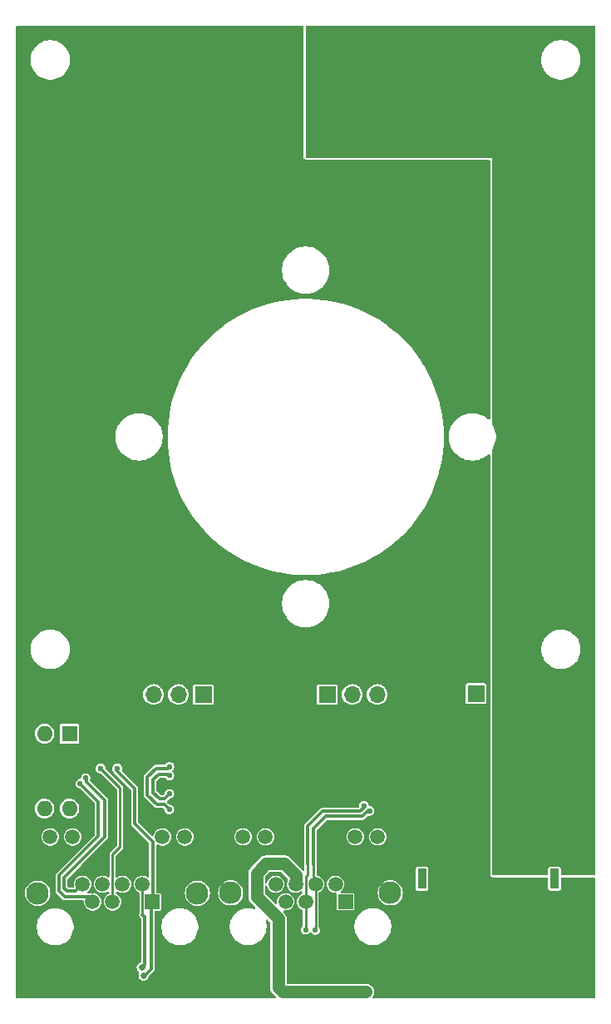
<source format=gbr>
%TF.GenerationSoftware,KiCad,Pcbnew,8.0.7-8.0.7-0~ubuntu22.04.1*%
%TF.CreationDate,2024-12-07T17:50:11+01:00*%
%TF.ProjectId,vesc_mms_board,76657363-5f6d-46d7-935f-626f6172642e,rev?*%
%TF.SameCoordinates,Original*%
%TF.FileFunction,Copper,L2,Bot*%
%TF.FilePolarity,Positive*%
%FSLAX46Y46*%
G04 Gerber Fmt 4.6, Leading zero omitted, Abs format (unit mm)*
G04 Created by KiCad (PCBNEW 8.0.7-8.0.7-0~ubuntu22.04.1) date 2024-12-07 17:50:11*
%MOMM*%
%LPD*%
G01*
G04 APERTURE LIST*
G04 Aperture macros list*
%AMRoundRect*
0 Rectangle with rounded corners*
0 $1 Rounding radius*
0 $2 $3 $4 $5 $6 $7 $8 $9 X,Y pos of 4 corners*
0 Add a 4 corners polygon primitive as box body*
4,1,4,$2,$3,$4,$5,$6,$7,$8,$9,$2,$3,0*
0 Add four circle primitives for the rounded corners*
1,1,$1+$1,$2,$3*
1,1,$1+$1,$4,$5*
1,1,$1+$1,$6,$7*
1,1,$1+$1,$8,$9*
0 Add four rect primitives between the rounded corners*
20,1,$1+$1,$2,$3,$4,$5,0*
20,1,$1+$1,$4,$5,$6,$7,0*
20,1,$1+$1,$6,$7,$8,$9,0*
20,1,$1+$1,$8,$9,$2,$3,0*%
G04 Aperture macros list end*
%TA.AperFunction,ComponentPad*%
%ADD10R,1.600000X1.600000*%
%TD*%
%TA.AperFunction,ComponentPad*%
%ADD11O,1.600000X1.600000*%
%TD*%
%TA.AperFunction,ComponentPad*%
%ADD12C,0.900000*%
%TD*%
%TA.AperFunction,ComponentPad*%
%ADD13C,8.000000*%
%TD*%
%TA.AperFunction,ComponentPad*%
%ADD14R,1.700000X1.700000*%
%TD*%
%TA.AperFunction,ComponentPad*%
%ADD15O,1.700000X1.700000*%
%TD*%
%TA.AperFunction,ComponentPad*%
%ADD16R,0.900000X2.000000*%
%TD*%
%TA.AperFunction,ComponentPad*%
%ADD17RoundRect,1.025000X1.025000X1.025000X-1.025000X1.025000X-1.025000X-1.025000X1.025000X-1.025000X0*%
%TD*%
%TA.AperFunction,ComponentPad*%
%ADD18C,4.100000*%
%TD*%
%TA.AperFunction,ComponentPad*%
%ADD19R,1.500000X1.500000*%
%TD*%
%TA.AperFunction,ComponentPad*%
%ADD20C,1.500000*%
%TD*%
%TA.AperFunction,ComponentPad*%
%ADD21C,2.300000*%
%TD*%
%TA.AperFunction,ViaPad*%
%ADD22C,0.550000*%
%TD*%
%TA.AperFunction,ViaPad*%
%ADD23C,0.600000*%
%TD*%
%TA.AperFunction,ViaPad*%
%ADD24C,0.650000*%
%TD*%
%TA.AperFunction,Conductor*%
%ADD25C,0.300000*%
%TD*%
%TA.AperFunction,Conductor*%
%ADD26C,1.270000*%
%TD*%
%TA.AperFunction,Conductor*%
%ADD27C,0.254000*%
%TD*%
G04 APERTURE END LIST*
D10*
%TO.P,SW1,1*%
%TO.N,Net-(R2-Pad2)*%
X85940000Y-122580000D03*
D11*
%TO.P,SW1,2*%
%TO.N,Net-(R3-Pad2)*%
X83400000Y-122580000D03*
%TO.P,SW1,3*%
%TO.N,/CAN/CAN2-*%
X83400000Y-130200000D03*
%TO.P,SW1,4*%
%TO.N,/CAN/CAN1+*%
X85940000Y-130200000D03*
%TD*%
D12*
%TO.P,H9,1,1*%
%TO.N,VCC*%
X115000000Y-55000000D03*
X115878680Y-52878680D03*
X115878680Y-57121320D03*
X118000000Y-52000000D03*
D13*
X118000000Y-55000000D03*
D12*
X118000000Y-58000000D03*
X120121320Y-52878680D03*
X120121320Y-57121320D03*
X121000000Y-55000000D03*
%TD*%
D14*
%TO.P,J4,1,Pin_1*%
%TO.N,+5V*%
X99579999Y-118600000D03*
D15*
%TO.P,J4,2,Pin_2*%
%TO.N,/USB/USB_VESC_D-*%
X97039999Y-118600000D03*
%TO.P,J4,3,Pin_3*%
%TO.N,/USB/USB_VESC_D+*%
X94500000Y-118600000D03*
%TO.P,J4,4,Pin_4*%
%TO.N,GND*%
X91959999Y-118600000D03*
%TO.P,J4,5,Pin_5*%
X89419999Y-118600000D03*
%TD*%
D16*
%TO.P,J5,*%
%TO.N,*%
X135350000Y-137350000D03*
X121850000Y-137350000D03*
D17*
%TO.P,J5,1,Pin_1*%
%TO.N,VCC*%
X132200000Y-131350000D03*
D18*
%TO.P,J5,2,Pin_2*%
%TO.N,GND*%
X125000000Y-131350000D03*
%TD*%
D15*
%TO.P,J7,4,Pin_4*%
%TO.N,GND*%
X119820000Y-118600000D03*
%TO.P,J7,3,Pin_3*%
%TO.N,/CAN/CAN-*%
X117279999Y-118600000D03*
%TO.P,J7,2,Pin_2*%
%TO.N,/CAN/CAN+*%
X114740000Y-118600000D03*
D14*
%TO.P,J7,1,Pin_1*%
%TO.N,+5V*%
X112200000Y-118600000D03*
%TD*%
%TO.P,J6,1,Pin_1*%
%TO.N,+12V*%
X127340000Y-118500000D03*
D15*
%TO.P,J6,2,Pin_2*%
%TO.N,GND*%
X124800000Y-118500000D03*
%TD*%
D12*
%TO.P,H10,1,1*%
%TO.N,GND*%
X99000000Y-55000000D03*
X99878680Y-52878680D03*
X99878680Y-57121320D03*
X102000000Y-52000000D03*
D13*
X102000000Y-55000000D03*
D12*
X102000000Y-58000000D03*
X104121320Y-52878680D03*
X104121320Y-57121320D03*
X105000000Y-55000000D03*
%TD*%
D19*
%TO.P,J1,1*%
%TO.N,/CAN/CAN1-*%
X114048000Y-139680001D03*
D20*
%TO.P,J1,2*%
%TO.N,/CAN/CAN1+*%
X113032000Y-137900000D03*
%TO.P,J1,3*%
%TO.N,GND*%
X112016000Y-139680001D03*
%TO.P,J1,4*%
%TO.N,/CAN/CAN2-*%
X111000000Y-137900000D03*
%TO.P,J1,5*%
%TO.N,/CAN/CAN2+*%
X109984000Y-139680001D03*
%TO.P,J1,6*%
%TO.N,+12V*%
X108968000Y-137900000D03*
%TO.P,J1,7*%
%TO.N,USB_UPSTREAM_D+*%
X107952000Y-139680001D03*
%TO.P,J1,8*%
%TO.N,USB_UPSTREAM_D-*%
X106936001Y-137900001D03*
%TO.P,J1,9*%
%TO.N,unconnected-(J1-Pad9)*%
X117348000Y-133080001D03*
%TO.P,J1,10*%
%TO.N,unconnected-(J1-Pad10)*%
X115058000Y-133080001D03*
%TO.P,J1,11*%
%TO.N,unconnected-(J1-Pad11)*%
X105918000Y-133080001D03*
%TO.P,J1,12*%
%TO.N,unconnected-(J1-Pad12)*%
X103628000Y-133080001D03*
D21*
%TO.P,J1,SH*%
%TO.N,Net-(C1-Pad1)*%
X118618000Y-138790001D03*
X102358000Y-138790001D03*
%TD*%
D19*
%TO.P,J2,1*%
%TO.N,/CAN/CAN1-*%
X94400000Y-139700000D03*
D20*
%TO.P,J2,2*%
%TO.N,/CAN/CAN1+*%
X93384000Y-137919999D03*
%TO.P,J2,3*%
%TO.N,GND*%
X92368000Y-139700000D03*
%TO.P,J2,4*%
%TO.N,/CAN/CAN2-*%
X91352000Y-137919999D03*
%TO.P,J2,5*%
%TO.N,/CAN/CAN2+*%
X90336000Y-139700000D03*
%TO.P,J2,6*%
%TO.N,+12V*%
X89320000Y-137919999D03*
%TO.P,J2,7*%
%TO.N,USB_DOWNSTREAM_D-*%
X88304000Y-139700000D03*
%TO.P,J2,8*%
%TO.N,USB_DOWNSTREAM_D+*%
X87288001Y-137920000D03*
%TO.P,J2,9*%
%TO.N,unconnected-(J2-Pad9)*%
X97700000Y-133100000D03*
%TO.P,J2,10*%
%TO.N,unconnected-(J2-Pad10)*%
X95410000Y-133100000D03*
%TO.P,J2,11*%
%TO.N,unconnected-(J2-Pad11)*%
X86270000Y-133100000D03*
%TO.P,J2,12*%
%TO.N,unconnected-(J2-Pad12)*%
X83980000Y-133100000D03*
D21*
%TO.P,J2,SH*%
%TO.N,Net-(C2-Pad1)*%
X98970000Y-138810000D03*
X82710000Y-138810000D03*
%TD*%
D22*
%TO.N,GND*%
X111800000Y-142200000D03*
X109600000Y-143400000D03*
D23*
X101600000Y-119600000D03*
D22*
X96400000Y-145800000D03*
D23*
X97700000Y-131600000D03*
X106100000Y-119650000D03*
X113050000Y-121800000D03*
D22*
X103700000Y-145800000D03*
X96202103Y-127621225D03*
D23*
X109700000Y-119600000D03*
X101400000Y-131900000D03*
X106500000Y-123500000D03*
X111356329Y-124013321D03*
X104800000Y-130000000D03*
D22*
X96200000Y-131200000D03*
X87400000Y-126200000D03*
X100081915Y-145800000D03*
X96100000Y-125142894D03*
X86900000Y-128500000D03*
D23*
X105300000Y-119650000D03*
D24*
%TO.N,+12V*%
X116200000Y-148900000D03*
X108800000Y-148900000D03*
X114600000Y-148900000D03*
X108000000Y-148900000D03*
X112800000Y-148900000D03*
X109600000Y-148900000D03*
X110400000Y-148900000D03*
X115400000Y-148900000D03*
X112000000Y-148900000D03*
X113800000Y-148900000D03*
X111200000Y-148900000D03*
D22*
%TO.N,/CAN/CAN2-*%
X110997969Y-142593002D03*
D23*
X116503377Y-130449582D03*
D22*
%TO.N,/CAN/CAN2+*%
X109984000Y-142549999D03*
D23*
X115911432Y-129911432D03*
X89100000Y-126125000D03*
%TO.N,/CAN/CAN1-*%
X90800000Y-126125000D03*
D24*
X93500000Y-147200000D03*
%TO.N,/CAN/CAN1+*%
X93310973Y-146371283D03*
D22*
%TO.N,USB_DOWNSTREAM_D-*%
X96125000Y-130300000D03*
X96125679Y-125950000D03*
X87034313Y-127665687D03*
%TO.N,USB_DOWNSTREAM_D+*%
X96125679Y-126850000D03*
X96125000Y-128700388D03*
X87600000Y-127100000D03*
%TD*%
D25*
%TO.N,/CAN/CAN2-*%
X116292522Y-130449582D02*
X115742104Y-131000000D01*
X116503377Y-130449582D02*
X116292522Y-130449582D01*
X115742104Y-131000000D02*
X112024266Y-131000000D01*
X112024266Y-131000000D02*
X110800000Y-132224266D01*
X110800000Y-132224266D02*
X110800000Y-135900000D01*
%TO.N,/CAN/CAN2+*%
X111675734Y-130500000D02*
X110200000Y-131975734D01*
X115534998Y-130500000D02*
X111675734Y-130500000D01*
X115911432Y-129911432D02*
X115911432Y-130123566D01*
X115911432Y-130123566D02*
X115534998Y-130500000D01*
X110200000Y-131975734D02*
X110200000Y-135900000D01*
%TO.N,USB_DOWNSTREAM_D+*%
X87600000Y-127100000D02*
X87684313Y-127184313D01*
X86608001Y-138600000D02*
X87288001Y-137920000D01*
X87684313Y-127184313D02*
X87684313Y-127484313D01*
X85700000Y-138600000D02*
X86608001Y-138600000D01*
X87684313Y-127484313D02*
X89550000Y-129350000D01*
X89550000Y-129350000D02*
X89550000Y-133057106D01*
X89550000Y-133057106D02*
X85400000Y-137207106D01*
X85400000Y-137207106D02*
X85400000Y-138300000D01*
X85400000Y-138300000D02*
X85700000Y-138600000D01*
%TO.N,USB_DOWNSTREAM_D-*%
X88900000Y-133000000D02*
X84900000Y-137000000D01*
X87034313Y-127665687D02*
X88900000Y-129531374D01*
X88900000Y-129531374D02*
X88900000Y-133000000D01*
X84900000Y-137000000D02*
X84900000Y-138624266D01*
X84900000Y-138624266D02*
X85475734Y-139200000D01*
X85475734Y-139200000D02*
X87804000Y-139200000D01*
X87804000Y-139200000D02*
X88304000Y-139700000D01*
D26*
%TO.N,+12V*%
X105000000Y-139200000D02*
X107200000Y-141400000D01*
X107800000Y-135800000D02*
X106000000Y-135800000D01*
X108968000Y-136968000D02*
X107800000Y-135800000D01*
X105000000Y-136800000D02*
X105000000Y-139200000D01*
X107665000Y-148865000D02*
X116135000Y-148865000D01*
X107200000Y-148400000D02*
X107665000Y-148865000D01*
X107200000Y-141400000D02*
X107200000Y-148400000D01*
X106000000Y-135800000D02*
X105000000Y-136800000D01*
X108968000Y-137900000D02*
X108968000Y-136968000D01*
D27*
%TO.N,/CAN/CAN2-*%
X111000000Y-137900000D02*
X110800000Y-137700000D01*
X110997969Y-142593002D02*
X111000000Y-142590971D01*
X110800000Y-137700000D02*
X110800000Y-135900000D01*
X111000000Y-142590971D02*
X111000000Y-137900000D01*
%TO.N,/CAN/CAN2+*%
X91100000Y-128125000D02*
X91100000Y-134100000D01*
X109984000Y-142549999D02*
X109984000Y-139680001D01*
X109984000Y-137116000D02*
X110200000Y-136900000D01*
X91100000Y-134100000D02*
X90336000Y-134864000D01*
X90336000Y-134864000D02*
X90336000Y-139700000D01*
X89100000Y-126125000D02*
X91100000Y-128125000D01*
X109984000Y-139680001D02*
X109984000Y-137116000D01*
X110200000Y-136900000D02*
X110200000Y-135900000D01*
D25*
%TO.N,/CAN/CAN1-*%
X94275000Y-139825000D02*
X94400000Y-139700000D01*
X92600000Y-131742398D02*
X94411000Y-133553398D01*
X93600000Y-147200000D02*
X94275000Y-146525000D01*
X114130000Y-139598001D02*
X114426265Y-139598001D01*
X92600000Y-128200000D02*
X92600000Y-131742398D01*
X114048000Y-139680001D02*
X114130000Y-139598001D01*
X94411000Y-133553398D02*
X94411000Y-139689000D01*
X90800000Y-126125000D02*
X90800000Y-126400000D01*
X93500000Y-147200000D02*
X93600000Y-147200000D01*
X94411000Y-139689000D02*
X94400000Y-139700000D01*
X90800000Y-126400000D02*
X92600000Y-128200000D01*
X94275000Y-146525000D02*
X94275000Y-139825000D01*
%TO.N,/CAN/CAN1+*%
X93600000Y-141216000D02*
X93384000Y-141000000D01*
D27*
X93384000Y-137919999D02*
X93384000Y-141000000D01*
D25*
X93310973Y-146371283D02*
X93600000Y-146082256D01*
X93600000Y-146082256D02*
X93600000Y-141216000D01*
D27*
X93384000Y-141000000D02*
X93587867Y-141203867D01*
D25*
%TO.N,USB_DOWNSTREAM_D-*%
X95800001Y-126099999D02*
X95975680Y-126099999D01*
X96125000Y-130300000D02*
X95625194Y-129800194D01*
X95625194Y-129800194D02*
X94836366Y-129800194D01*
X95800000Y-126100000D02*
X95800001Y-126099999D01*
X94753359Y-126100000D02*
X95800000Y-126100000D01*
X94836366Y-129800194D02*
X93858253Y-128822081D01*
X93858253Y-128822081D02*
X93858253Y-126995106D01*
X95975680Y-126099999D02*
X96125679Y-125950000D01*
X93858253Y-126995106D02*
X94753359Y-126100000D01*
%TO.N,USB_DOWNSTREAM_D+*%
X95800000Y-126700000D02*
X95800001Y-126700001D01*
X95084898Y-129200194D02*
X94458253Y-128573549D01*
X95800001Y-126700001D02*
X95975680Y-126700001D01*
X96125000Y-128700388D02*
X95625194Y-129200194D01*
X95001891Y-126700000D02*
X95800000Y-126700000D01*
X95975680Y-126700001D02*
X96125679Y-126850000D01*
X95625194Y-129200194D02*
X95084898Y-129200194D01*
X94458253Y-128573549D02*
X94458253Y-127243638D01*
X94458253Y-127243638D02*
X95001891Y-126700000D01*
%TD*%
%TA.AperFunction,Conductor*%
%TO.N,GND*%
G36*
X109737539Y-50520185D02*
G01*
X109783294Y-50572989D01*
X109794500Y-50624500D01*
X109794500Y-63876007D01*
X109799197Y-63919686D01*
X109810397Y-63971174D01*
X109812890Y-63981372D01*
X109812891Y-63981375D01*
X109855899Y-64062083D01*
X109855901Y-64062086D01*
X109901660Y-64114895D01*
X109919242Y-64132839D01*
X109919246Y-64132843D01*
X109919247Y-64132844D01*
X109919249Y-64132845D01*
X109999059Y-64177488D01*
X109999063Y-64177490D01*
X110066102Y-64197175D01*
X110124000Y-64205500D01*
X128670500Y-64205500D01*
X128737539Y-64225185D01*
X128783294Y-64277989D01*
X128794500Y-64329500D01*
X128794500Y-90496681D01*
X128774815Y-90563720D01*
X128722011Y-90609475D01*
X128652853Y-90619419D01*
X128589297Y-90590394D01*
X128582819Y-90584362D01*
X128575317Y-90576860D01*
X128474775Y-90496681D01*
X128364171Y-90408477D01*
X128135498Y-90264792D01*
X128135495Y-90264790D01*
X127892182Y-90147617D01*
X127892168Y-90147611D01*
X127637274Y-90058419D01*
X127637262Y-90058415D01*
X127373959Y-89998319D01*
X127373960Y-89998319D01*
X127105601Y-89968083D01*
X127105597Y-89968083D01*
X126835529Y-89968083D01*
X126835524Y-89968083D01*
X126567166Y-89998319D01*
X126303863Y-90058415D01*
X126303851Y-90058419D01*
X126048957Y-90147611D01*
X126048943Y-90147617D01*
X125805630Y-90264790D01*
X125576956Y-90408476D01*
X125365808Y-90576860D01*
X125174840Y-90767828D01*
X125006456Y-90978976D01*
X124862770Y-91207650D01*
X124745597Y-91450963D01*
X124745591Y-91450977D01*
X124656399Y-91705871D01*
X124656395Y-91705883D01*
X124596299Y-91969186D01*
X124566063Y-92237544D01*
X124566063Y-92507621D01*
X124596299Y-92775979D01*
X124656395Y-93039282D01*
X124656399Y-93039294D01*
X124745591Y-93294188D01*
X124745597Y-93294202D01*
X124862770Y-93537515D01*
X124862772Y-93537518D01*
X125006457Y-93766191D01*
X125174841Y-93977338D01*
X125365808Y-94168305D01*
X125576955Y-94336689D01*
X125805628Y-94480374D01*
X126048951Y-94597552D01*
X126048957Y-94597554D01*
X126303851Y-94686746D01*
X126303863Y-94686750D01*
X126567160Y-94746845D01*
X126567163Y-94746845D01*
X126567166Y-94746846D01*
X126567165Y-94746846D01*
X126701344Y-94761964D01*
X126835525Y-94777082D01*
X126835526Y-94777083D01*
X126835529Y-94777083D01*
X127105600Y-94777083D01*
X127105600Y-94777082D01*
X127299411Y-94755245D01*
X127373959Y-94746846D01*
X127373960Y-94746845D01*
X127373966Y-94746845D01*
X127637263Y-94686750D01*
X127892175Y-94597552D01*
X128135498Y-94480374D01*
X128364171Y-94336689D01*
X128575318Y-94168305D01*
X128582819Y-94160804D01*
X128644142Y-94127319D01*
X128713834Y-94132303D01*
X128769767Y-94174175D01*
X128794184Y-94239639D01*
X128794500Y-94248485D01*
X128794500Y-136876007D01*
X128799197Y-136919686D01*
X128810397Y-136971174D01*
X128812342Y-136979133D01*
X128812890Y-136981373D01*
X128845463Y-137042500D01*
X128855899Y-137062083D01*
X128855901Y-137062086D01*
X128901660Y-137114895D01*
X128916851Y-137130399D01*
X128919246Y-137132843D01*
X128919247Y-137132844D01*
X128919249Y-137132845D01*
X128960426Y-137155878D01*
X128999063Y-137177490D01*
X129066102Y-137197175D01*
X129124000Y-137205500D01*
X129124004Y-137205500D01*
X134575500Y-137205500D01*
X134642539Y-137225185D01*
X134688294Y-137277989D01*
X134699500Y-137329500D01*
X134699500Y-138369752D01*
X134711131Y-138428229D01*
X134711132Y-138428230D01*
X134755447Y-138494552D01*
X134821769Y-138538867D01*
X134821770Y-138538868D01*
X134880247Y-138550499D01*
X134880250Y-138550500D01*
X134880252Y-138550500D01*
X135819750Y-138550500D01*
X135819751Y-138550499D01*
X135834568Y-138547552D01*
X135878229Y-138538868D01*
X135878229Y-138538867D01*
X135878231Y-138538867D01*
X135944552Y-138494552D01*
X135988867Y-138428231D01*
X135988867Y-138428229D01*
X135988868Y-138428229D01*
X136000499Y-138369752D01*
X136000500Y-138369750D01*
X136000500Y-137329500D01*
X136020185Y-137262461D01*
X136072989Y-137216706D01*
X136124500Y-137205500D01*
X139375500Y-137205500D01*
X139442539Y-137225185D01*
X139488294Y-137277989D01*
X139499500Y-137329500D01*
X139499500Y-149375500D01*
X139479815Y-149442539D01*
X139427011Y-149488294D01*
X139375500Y-149499500D01*
X116947877Y-149499500D01*
X116880838Y-149479815D01*
X116835083Y-149427011D01*
X116825139Y-149357853D01*
X116844775Y-149306609D01*
X116875407Y-149260764D01*
X116875407Y-149260763D01*
X116875411Y-149260758D01*
X116938393Y-149108706D01*
X116970500Y-148947290D01*
X116970500Y-148782710D01*
X116938393Y-148621294D01*
X116875411Y-148469242D01*
X116875410Y-148469241D01*
X116875407Y-148469235D01*
X116783976Y-148332400D01*
X116783973Y-148332396D01*
X116667603Y-148216026D01*
X116667599Y-148216023D01*
X116530764Y-148124592D01*
X116530755Y-148124587D01*
X116378706Y-148061607D01*
X116378698Y-148061605D01*
X116217294Y-148029500D01*
X116217290Y-148029500D01*
X108159500Y-148029500D01*
X108092461Y-148009815D01*
X108046706Y-147957011D01*
X108035500Y-147905500D01*
X108035500Y-141488424D01*
X108035501Y-141488403D01*
X108035501Y-141317707D01*
X108003394Y-141156299D01*
X108003393Y-141156298D01*
X108003393Y-141156294D01*
X107940411Y-141004242D01*
X107940410Y-141004241D01*
X107940407Y-141004235D01*
X107848976Y-140867400D01*
X107848973Y-140867396D01*
X107748518Y-140766941D01*
X107715033Y-140705618D01*
X107720017Y-140635926D01*
X107761889Y-140579993D01*
X107827353Y-140555576D01*
X107853255Y-140557367D01*
X107853313Y-140556822D01*
X107859771Y-140557501D01*
X108044229Y-140557501D01*
X108224656Y-140519151D01*
X108393167Y-140444125D01*
X108542397Y-140335703D01*
X108665823Y-140198624D01*
X108758052Y-140038879D01*
X108815053Y-139863449D01*
X108834334Y-139680001D01*
X108815053Y-139496553D01*
X108758052Y-139321123D01*
X108665823Y-139161378D01*
X108542397Y-139024299D01*
X108395449Y-138917535D01*
X108393170Y-138915879D01*
X108393169Y-138915878D01*
X108393167Y-138915877D01*
X108224656Y-138840851D01*
X108224655Y-138840850D01*
X108224651Y-138840849D01*
X108044229Y-138802501D01*
X107859771Y-138802501D01*
X107679348Y-138840849D01*
X107634421Y-138860852D01*
X107545928Y-138900252D01*
X107510829Y-138915879D01*
X107361601Y-139024300D01*
X107238176Y-139161379D01*
X107145948Y-139321122D01*
X107145945Y-139321129D01*
X107094171Y-139480474D01*
X107088947Y-139496553D01*
X107083277Y-139550500D01*
X107069666Y-139680001D01*
X107080993Y-139787773D01*
X107068423Y-139856503D01*
X107020691Y-139907526D01*
X106952951Y-139924644D01*
X106886709Y-139902421D01*
X106869991Y-139888415D01*
X105871819Y-138890242D01*
X105838334Y-138828919D01*
X105835500Y-138802561D01*
X105835500Y-138135564D01*
X105855185Y-138068525D01*
X105907989Y-138022770D01*
X105977147Y-138012826D01*
X106040703Y-138041851D01*
X106077431Y-138097246D01*
X106129946Y-138258873D01*
X106129949Y-138258878D01*
X106129949Y-138258879D01*
X106222178Y-138418624D01*
X106345604Y-138555703D01*
X106494834Y-138664125D01*
X106663345Y-138739151D01*
X106663348Y-138739151D01*
X106663349Y-138739152D01*
X106692184Y-138745280D01*
X106843772Y-138777501D01*
X107028230Y-138777501D01*
X107208657Y-138739151D01*
X107377168Y-138664125D01*
X107526398Y-138555703D01*
X107649824Y-138418624D01*
X107742053Y-138258879D01*
X107799054Y-138083449D01*
X107818335Y-137900001D01*
X107799054Y-137716553D01*
X107742053Y-137541123D01*
X107649824Y-137381378D01*
X107526398Y-137244299D01*
X107434022Y-137177184D01*
X107377171Y-137135879D01*
X107377170Y-137135878D01*
X107377168Y-137135877D01*
X107208657Y-137060851D01*
X107208656Y-137060850D01*
X107208652Y-137060849D01*
X107028230Y-137022501D01*
X106843772Y-137022501D01*
X106663349Y-137060849D01*
X106613564Y-137083015D01*
X106494837Y-137135876D01*
X106494830Y-137135879D01*
X106345602Y-137244300D01*
X106222177Y-137381379D01*
X106129949Y-137541122D01*
X106129946Y-137541129D01*
X106077431Y-137702755D01*
X106037993Y-137760431D01*
X105973635Y-137787629D01*
X105904788Y-137775714D01*
X105853313Y-137728470D01*
X105835500Y-137664437D01*
X105835500Y-137197438D01*
X105855185Y-137130399D01*
X105871819Y-137109757D01*
X106309757Y-136671819D01*
X106371080Y-136638334D01*
X106397438Y-136635500D01*
X107402562Y-136635500D01*
X107469601Y-136655185D01*
X107490243Y-136671819D01*
X108096181Y-137277756D01*
X108129666Y-137339079D01*
X108132500Y-137365437D01*
X108132500Y-137612113D01*
X108126431Y-137650431D01*
X108110512Y-137699426D01*
X108104947Y-137716552D01*
X108085666Y-137900000D01*
X108104947Y-138083448D01*
X108104948Y-138083451D01*
X108161945Y-138258871D01*
X108161946Y-138258873D01*
X108161948Y-138258878D01*
X108254177Y-138418623D01*
X108377603Y-138555702D01*
X108526833Y-138664124D01*
X108695344Y-138739150D01*
X108695347Y-138739150D01*
X108695348Y-138739151D01*
X108695353Y-138739152D01*
X108875771Y-138777500D01*
X109060229Y-138777500D01*
X109240656Y-138739150D01*
X109409167Y-138664124D01*
X109459614Y-138627471D01*
X109525420Y-138603991D01*
X109593474Y-138619816D01*
X109642169Y-138669921D01*
X109656500Y-138727789D01*
X109656500Y-138784742D01*
X109636815Y-138851781D01*
X109584011Y-138897536D01*
X109582938Y-138898021D01*
X109542830Y-138915878D01*
X109393601Y-139024300D01*
X109270176Y-139161379D01*
X109177948Y-139321122D01*
X109177945Y-139321129D01*
X109126171Y-139480474D01*
X109120947Y-139496553D01*
X109101666Y-139680001D01*
X109120947Y-139863449D01*
X109120948Y-139863452D01*
X109177945Y-140038872D01*
X109177948Y-140038879D01*
X109270177Y-140198624D01*
X109393603Y-140335703D01*
X109542833Y-140444125D01*
X109542834Y-140444125D01*
X109542835Y-140444126D01*
X109582934Y-140461979D01*
X109636171Y-140507228D01*
X109656494Y-140574077D01*
X109656500Y-140575259D01*
X109656500Y-142155594D01*
X109636815Y-142222633D01*
X109626214Y-142236796D01*
X109579870Y-142290280D01*
X109579867Y-142290284D01*
X109523070Y-142414653D01*
X109523068Y-142414661D01*
X109503610Y-142549999D01*
X109523068Y-142685336D01*
X109523070Y-142685344D01*
X109579867Y-142809713D01*
X109579872Y-142809720D01*
X109669409Y-142913052D01*
X109669413Y-142913056D01*
X109729979Y-142951978D01*
X109784439Y-142986977D01*
X109850036Y-143006238D01*
X109915632Y-143025499D01*
X109915633Y-143025499D01*
X110052367Y-143025499D01*
X110183561Y-142986977D01*
X110298589Y-142913054D01*
X110383626Y-142814915D01*
X110442403Y-142777140D01*
X110512273Y-142777140D01*
X110571051Y-142814914D01*
X110590132Y-142844602D01*
X110593839Y-142852720D01*
X110593840Y-142852721D01*
X110593841Y-142852723D01*
X110683378Y-142956055D01*
X110683382Y-142956059D01*
X110731493Y-142986977D01*
X110798408Y-143029980D01*
X110864005Y-143049241D01*
X110929601Y-143068502D01*
X110929602Y-143068502D01*
X111066336Y-143068502D01*
X111197530Y-143029980D01*
X111312558Y-142956057D01*
X111402099Y-142852720D01*
X111458900Y-142728344D01*
X111478359Y-142593002D01*
X111458900Y-142457660D01*
X111416976Y-142365860D01*
X111402101Y-142333287D01*
X111402096Y-142333279D01*
X111357787Y-142282144D01*
X111328762Y-142218589D01*
X111327500Y-142200942D01*
X111327500Y-142096804D01*
X114958500Y-142096804D01*
X114958500Y-142343197D01*
X114985284Y-142546637D01*
X114990659Y-142587460D01*
X115016885Y-142685336D01*
X115054425Y-142825441D01*
X115148708Y-143053059D01*
X115148712Y-143053069D01*
X115271899Y-143266435D01*
X115421883Y-143461899D01*
X115421889Y-143461906D01*
X115596094Y-143636111D01*
X115596101Y-143636117D01*
X115791565Y-143786101D01*
X116004931Y-143909288D01*
X116004932Y-143909288D01*
X116004935Y-143909290D01*
X116232558Y-144003575D01*
X116470541Y-144067342D01*
X116714811Y-144099501D01*
X116714818Y-144099501D01*
X116961182Y-144099501D01*
X116961189Y-144099501D01*
X117205459Y-144067342D01*
X117443442Y-144003575D01*
X117671065Y-143909290D01*
X117884435Y-143786101D01*
X118079900Y-143636116D01*
X118254115Y-143461901D01*
X118404100Y-143266436D01*
X118527289Y-143053066D01*
X118621574Y-142825443D01*
X118685341Y-142587460D01*
X118717500Y-142343190D01*
X118717500Y-142096812D01*
X118685341Y-141852542D01*
X118621574Y-141614559D01*
X118527289Y-141386936D01*
X118487321Y-141317710D01*
X118404100Y-141173566D01*
X118254116Y-140978102D01*
X118254110Y-140978095D01*
X118079905Y-140803890D01*
X118079898Y-140803884D01*
X117884434Y-140653900D01*
X117671068Y-140530713D01*
X117671058Y-140530709D01*
X117443440Y-140436426D01*
X117280100Y-140392660D01*
X117205459Y-140372660D01*
X117164636Y-140367285D01*
X116961196Y-140340501D01*
X116961189Y-140340501D01*
X116714811Y-140340501D01*
X116714803Y-140340501D01*
X116482299Y-140371111D01*
X116470541Y-140372660D01*
X116428249Y-140383992D01*
X116232559Y-140436426D01*
X116004941Y-140530709D01*
X116004931Y-140530713D01*
X115791565Y-140653900D01*
X115596101Y-140803884D01*
X115596094Y-140803890D01*
X115421889Y-140978095D01*
X115421883Y-140978102D01*
X115271899Y-141173566D01*
X115148712Y-141386932D01*
X115148708Y-141386942D01*
X115054425Y-141614560D01*
X114990660Y-141852539D01*
X114990658Y-141852550D01*
X114958500Y-142096804D01*
X111327500Y-142096804D01*
X111327500Y-138795258D01*
X111347185Y-138728219D01*
X111399989Y-138682464D01*
X111401066Y-138681978D01*
X111427048Y-138670410D01*
X111441167Y-138664124D01*
X111590397Y-138555702D01*
X111713823Y-138418623D01*
X111806052Y-138258878D01*
X111863053Y-138083448D01*
X111882334Y-137900000D01*
X112149666Y-137900000D01*
X112168947Y-138083448D01*
X112168948Y-138083451D01*
X112225945Y-138258871D01*
X112225946Y-138258873D01*
X112225948Y-138258878D01*
X112318177Y-138418623D01*
X112441603Y-138555702D01*
X112590833Y-138664124D01*
X112759344Y-138739150D01*
X112759347Y-138739150D01*
X112759348Y-138739151D01*
X112759353Y-138739152D01*
X112939771Y-138777500D01*
X113047470Y-138777500D01*
X113114509Y-138797185D01*
X113160264Y-138849989D01*
X113170490Y-138911351D01*
X113170500Y-138911351D01*
X113170500Y-138911412D01*
X113170873Y-138913651D01*
X113170500Y-138917439D01*
X113170500Y-140442559D01*
X113177898Y-140479750D01*
X113206077Y-140521923D01*
X113248250Y-140550102D01*
X113248252Y-140550103D01*
X113275765Y-140555576D01*
X113285441Y-140557501D01*
X113285442Y-140557501D01*
X114810559Y-140557501D01*
X114820235Y-140555576D01*
X114847748Y-140550103D01*
X114889922Y-140521923D01*
X114918102Y-140479749D01*
X114925500Y-140442559D01*
X114925500Y-138917443D01*
X114925188Y-138915877D01*
X114919931Y-138889448D01*
X114918102Y-138880253D01*
X114913062Y-138872710D01*
X114889922Y-138838078D01*
X114847749Y-138809899D01*
X114810559Y-138802501D01*
X114810558Y-138802501D01*
X113664340Y-138802501D01*
X113621763Y-138789999D01*
X117335620Y-138789999D01*
X117335620Y-138790002D01*
X117355101Y-139012678D01*
X117355103Y-139012689D01*
X117412954Y-139228593D01*
X117412956Y-139228597D01*
X117412957Y-139228601D01*
X117456100Y-139321122D01*
X117507425Y-139431190D01*
X117516189Y-139443706D01*
X117635640Y-139614299D01*
X117793702Y-139772361D01*
X117976810Y-139900575D01*
X118179400Y-139995044D01*
X118395317Y-140052899D01*
X118554376Y-140066814D01*
X118617998Y-140072381D01*
X118618000Y-140072381D01*
X118618002Y-140072381D01*
X118673670Y-140067510D01*
X118840683Y-140052899D01*
X119056600Y-139995044D01*
X119259190Y-139900575D01*
X119442298Y-139772361D01*
X119600360Y-139614299D01*
X119728574Y-139431191D01*
X119823043Y-139228601D01*
X119880898Y-139012684D01*
X119899724Y-138797498D01*
X119900380Y-138790002D01*
X119900380Y-138789999D01*
X119891117Y-138684120D01*
X119880898Y-138567318D01*
X119823043Y-138351401D01*
X119728574Y-138148811D01*
X119600360Y-137965703D01*
X119442298Y-137807641D01*
X119292506Y-137702755D01*
X119259189Y-137679426D01*
X119099490Y-137604958D01*
X119056600Y-137584958D01*
X119056596Y-137584957D01*
X119056592Y-137584955D01*
X118840688Y-137527104D01*
X118840684Y-137527103D01*
X118840683Y-137527103D01*
X118840682Y-137527102D01*
X118840677Y-137527102D01*
X118618002Y-137507621D01*
X118617998Y-137507621D01*
X118395322Y-137527102D01*
X118395311Y-137527104D01*
X118179407Y-137584955D01*
X118179398Y-137584959D01*
X117976810Y-137679426D01*
X117895227Y-137736552D01*
X117793702Y-137807641D01*
X117793700Y-137807642D01*
X117793697Y-137807645D01*
X117635644Y-137965698D01*
X117507425Y-138148811D01*
X117412958Y-138351399D01*
X117412954Y-138351408D01*
X117355103Y-138567312D01*
X117355101Y-138567323D01*
X117335620Y-138789999D01*
X113621763Y-138789999D01*
X113597301Y-138782816D01*
X113551546Y-138730012D01*
X113541602Y-138660854D01*
X113570627Y-138597298D01*
X113591451Y-138578185D01*
X113622397Y-138555702D01*
X113745823Y-138418623D01*
X113838052Y-138258878D01*
X113895053Y-138083448D01*
X113914334Y-137900000D01*
X113895053Y-137716552D01*
X113838052Y-137541122D01*
X113745823Y-137381377D01*
X113622397Y-137244298D01*
X113505336Y-137159248D01*
X113473170Y-137135878D01*
X113473169Y-137135877D01*
X113473167Y-137135876D01*
X113304656Y-137060850D01*
X113304655Y-137060849D01*
X113304651Y-137060848D01*
X113124229Y-137022500D01*
X112939771Y-137022500D01*
X112759348Y-137060848D01*
X112708494Y-137083490D01*
X112590836Y-137135875D01*
X112590829Y-137135878D01*
X112441601Y-137244299D01*
X112318176Y-137381378D01*
X112225948Y-137541121D01*
X112225945Y-137541128D01*
X112173430Y-137702755D01*
X112168947Y-137716552D01*
X112149666Y-137900000D01*
X111882334Y-137900000D01*
X111863053Y-137716552D01*
X111806052Y-137541122D01*
X111713823Y-137381377D01*
X111590397Y-137244298D01*
X111473336Y-137159248D01*
X111441166Y-137135875D01*
X111272660Y-137060851D01*
X111272655Y-137060849D01*
X111225719Y-137050873D01*
X111164237Y-137017681D01*
X111130461Y-136956518D01*
X111127500Y-136929583D01*
X111127500Y-136330247D01*
X121199500Y-136330247D01*
X121199500Y-138369752D01*
X121211131Y-138428229D01*
X121211132Y-138428230D01*
X121255447Y-138494552D01*
X121321769Y-138538867D01*
X121321770Y-138538868D01*
X121380247Y-138550499D01*
X121380250Y-138550500D01*
X121380252Y-138550500D01*
X122319750Y-138550500D01*
X122319751Y-138550499D01*
X122334568Y-138547552D01*
X122378229Y-138538868D01*
X122378229Y-138538867D01*
X122378231Y-138538867D01*
X122444552Y-138494552D01*
X122488867Y-138428231D01*
X122488867Y-138428229D01*
X122488868Y-138428229D01*
X122500499Y-138369752D01*
X122500500Y-138369750D01*
X122500500Y-136330249D01*
X122500499Y-136330247D01*
X122488868Y-136271770D01*
X122488867Y-136271769D01*
X122444552Y-136205447D01*
X122378230Y-136161132D01*
X122378229Y-136161131D01*
X122319752Y-136149500D01*
X122319748Y-136149500D01*
X121380252Y-136149500D01*
X121380247Y-136149500D01*
X121321770Y-136161131D01*
X121321769Y-136161132D01*
X121255447Y-136205447D01*
X121211132Y-136271769D01*
X121211131Y-136271770D01*
X121199500Y-136330247D01*
X111127500Y-136330247D01*
X111127500Y-136048306D01*
X111131725Y-136016213D01*
X111150500Y-135946144D01*
X111150500Y-133080001D01*
X114175666Y-133080001D01*
X114194947Y-133263449D01*
X114194948Y-133263452D01*
X114251945Y-133438872D01*
X114251948Y-133438879D01*
X114344177Y-133598624D01*
X114467603Y-133735703D01*
X114616833Y-133844125D01*
X114785344Y-133919151D01*
X114785347Y-133919151D01*
X114785348Y-133919152D01*
X114814183Y-133925280D01*
X114965771Y-133957501D01*
X115150229Y-133957501D01*
X115330656Y-133919151D01*
X115499167Y-133844125D01*
X115648397Y-133735703D01*
X115771823Y-133598624D01*
X115864052Y-133438879D01*
X115921053Y-133263449D01*
X115940334Y-133080001D01*
X116465666Y-133080001D01*
X116484947Y-133263449D01*
X116484948Y-133263452D01*
X116541945Y-133438872D01*
X116541948Y-133438879D01*
X116634177Y-133598624D01*
X116757603Y-133735703D01*
X116906833Y-133844125D01*
X117075344Y-133919151D01*
X117075347Y-133919151D01*
X117075348Y-133919152D01*
X117104183Y-133925280D01*
X117255771Y-133957501D01*
X117440229Y-133957501D01*
X117620656Y-133919151D01*
X117789167Y-133844125D01*
X117938397Y-133735703D01*
X118061823Y-133598624D01*
X118154052Y-133438879D01*
X118211053Y-133263449D01*
X118230334Y-133080001D01*
X118211053Y-132896553D01*
X118154052Y-132721123D01*
X118061823Y-132561378D01*
X117938397Y-132424299D01*
X117789167Y-132315877D01*
X117620656Y-132240851D01*
X117620655Y-132240850D01*
X117620651Y-132240849D01*
X117440229Y-132202501D01*
X117255771Y-132202501D01*
X117075348Y-132240849D01*
X116906829Y-132315879D01*
X116757601Y-132424300D01*
X116634176Y-132561379D01*
X116541948Y-132721122D01*
X116541945Y-132721129D01*
X116484948Y-132896549D01*
X116484947Y-132896553D01*
X116465666Y-133080001D01*
X115940334Y-133080001D01*
X115921053Y-132896553D01*
X115864052Y-132721123D01*
X115771823Y-132561378D01*
X115648397Y-132424299D01*
X115499167Y-132315877D01*
X115330656Y-132240851D01*
X115330655Y-132240850D01*
X115330651Y-132240849D01*
X115150229Y-132202501D01*
X114965771Y-132202501D01*
X114785348Y-132240849D01*
X114616829Y-132315879D01*
X114467601Y-132424300D01*
X114344176Y-132561379D01*
X114251948Y-132721122D01*
X114251945Y-132721129D01*
X114194948Y-132896549D01*
X114194947Y-132896553D01*
X114175666Y-133080001D01*
X111150500Y-133080001D01*
X111150500Y-132420810D01*
X111170185Y-132353771D01*
X111186819Y-132333129D01*
X112133129Y-131386819D01*
X112194452Y-131353334D01*
X112220810Y-131350500D01*
X115788246Y-131350500D01*
X115788248Y-131350500D01*
X115877392Y-131326614D01*
X115957316Y-131280470D01*
X116268299Y-130969485D01*
X116329622Y-130936001D01*
X116390916Y-130938190D01*
X116431415Y-130950082D01*
X116431416Y-130950082D01*
X116575339Y-130950082D01*
X116575339Y-130950081D01*
X116713430Y-130909535D01*
X116834505Y-130831725D01*
X116928754Y-130722955D01*
X116988542Y-130592039D01*
X117009024Y-130449582D01*
X116988542Y-130307125D01*
X116928754Y-130176209D01*
X116834505Y-130067439D01*
X116713430Y-129989629D01*
X116713428Y-129989628D01*
X116713426Y-129989627D01*
X116713427Y-129989627D01*
X116575340Y-129949082D01*
X116575338Y-129949082D01*
X116529939Y-129949082D01*
X116462900Y-129929397D01*
X116417145Y-129876593D01*
X116407201Y-129842729D01*
X116396597Y-129768975D01*
X116338362Y-129641460D01*
X116336809Y-129638059D01*
X116242560Y-129529289D01*
X116121485Y-129451479D01*
X116121483Y-129451478D01*
X116121481Y-129451477D01*
X116121482Y-129451477D01*
X115983395Y-129410932D01*
X115983393Y-129410932D01*
X115839471Y-129410932D01*
X115839468Y-129410932D01*
X115701381Y-129451477D01*
X115580305Y-129529288D01*
X115486055Y-129638058D01*
X115486054Y-129638060D01*
X115426266Y-129768975D01*
X115405785Y-129911432D01*
X115419648Y-130007853D01*
X115409704Y-130077012D01*
X115363949Y-130129816D01*
X115296910Y-130149500D01*
X111629590Y-130149500D01*
X111540446Y-130173386D01*
X111540443Y-130173387D01*
X111460525Y-130219527D01*
X111460520Y-130219531D01*
X109919531Y-131760520D01*
X109919527Y-131760525D01*
X109903354Y-131788540D01*
X109903353Y-131788542D01*
X109888369Y-131814494D01*
X109873386Y-131840445D01*
X109849500Y-131929590D01*
X109849500Y-135946143D01*
X109868275Y-136016213D01*
X109872500Y-136048306D01*
X109872500Y-136409044D01*
X109852815Y-136476083D01*
X109800011Y-136521838D01*
X109730853Y-136531782D01*
X109667297Y-136502757D01*
X109645398Y-136477936D01*
X109616973Y-136435396D01*
X109496281Y-136314704D01*
X109496258Y-136314683D01*
X108332603Y-135151026D01*
X108332599Y-135151023D01*
X108195764Y-135059592D01*
X108195755Y-135059587D01*
X108043706Y-134996607D01*
X108043698Y-134996605D01*
X107882294Y-134964500D01*
X107882290Y-134964500D01*
X106088425Y-134964500D01*
X106088405Y-134964499D01*
X106082291Y-134964499D01*
X105917710Y-134964499D01*
X105917708Y-134964499D01*
X105756299Y-134996605D01*
X105756293Y-134996607D01*
X105604244Y-135059587D01*
X105604235Y-135059592D01*
X105467400Y-135151023D01*
X105467396Y-135151026D01*
X104672282Y-135946142D01*
X104467400Y-136151024D01*
X104412977Y-136205447D01*
X104351022Y-136267401D01*
X104259592Y-136404235D01*
X104259587Y-136404244D01*
X104196607Y-136556293D01*
X104196605Y-136556301D01*
X104164500Y-136717705D01*
X104164500Y-139282294D01*
X104196605Y-139443698D01*
X104196607Y-139443706D01*
X104259587Y-139595755D01*
X104259592Y-139595764D01*
X104351023Y-139732599D01*
X104351026Y-139732603D01*
X104841603Y-140223180D01*
X104875088Y-140284503D01*
X104870104Y-140354195D01*
X104828232Y-140410128D01*
X104762768Y-140434545D01*
X104721829Y-140430636D01*
X104505459Y-140372660D01*
X104464636Y-140367285D01*
X104261196Y-140340501D01*
X104261189Y-140340501D01*
X104014811Y-140340501D01*
X104014803Y-140340501D01*
X103782299Y-140371111D01*
X103770541Y-140372660D01*
X103728249Y-140383992D01*
X103532559Y-140436426D01*
X103304941Y-140530709D01*
X103304931Y-140530713D01*
X103091565Y-140653900D01*
X102896101Y-140803884D01*
X102896094Y-140803890D01*
X102721889Y-140978095D01*
X102721883Y-140978102D01*
X102571899Y-141173566D01*
X102448712Y-141386932D01*
X102448708Y-141386942D01*
X102354425Y-141614560D01*
X102290660Y-141852539D01*
X102290658Y-141852550D01*
X102258500Y-142096804D01*
X102258500Y-142343197D01*
X102285284Y-142546637D01*
X102290659Y-142587460D01*
X102316885Y-142685336D01*
X102354425Y-142825441D01*
X102448708Y-143053059D01*
X102448712Y-143053069D01*
X102571899Y-143266435D01*
X102721883Y-143461899D01*
X102721889Y-143461906D01*
X102896094Y-143636111D01*
X102896101Y-143636117D01*
X103091565Y-143786101D01*
X103304931Y-143909288D01*
X103304932Y-143909288D01*
X103304935Y-143909290D01*
X103532558Y-144003575D01*
X103770541Y-144067342D01*
X104014811Y-144099501D01*
X104014818Y-144099501D01*
X104261182Y-144099501D01*
X104261189Y-144099501D01*
X104505459Y-144067342D01*
X104743442Y-144003575D01*
X104971065Y-143909290D01*
X105184435Y-143786101D01*
X105379900Y-143636116D01*
X105554115Y-143461901D01*
X105704100Y-143266436D01*
X105827289Y-143053066D01*
X105921574Y-142825443D01*
X105985341Y-142587460D01*
X106017500Y-142343190D01*
X106017500Y-142096812D01*
X105985341Y-141852542D01*
X105927364Y-141636167D01*
X105929027Y-141566321D01*
X105968190Y-141508458D01*
X106032418Y-141480954D01*
X106101320Y-141492541D01*
X106134820Y-141516396D01*
X106328181Y-141709757D01*
X106361666Y-141771080D01*
X106364500Y-141797438D01*
X106364500Y-148482294D01*
X106396605Y-148643698D01*
X106396607Y-148643706D01*
X106459587Y-148795755D01*
X106459592Y-148795764D01*
X106551023Y-148932599D01*
X106551026Y-148932603D01*
X106906244Y-149287819D01*
X106939729Y-149349142D01*
X106934745Y-149418833D01*
X106892874Y-149474767D01*
X106827409Y-149499184D01*
X106818563Y-149499500D01*
X80624500Y-149499500D01*
X80557461Y-149479815D01*
X80511706Y-149427011D01*
X80500500Y-149375500D01*
X80500500Y-142116803D01*
X82610500Y-142116803D01*
X82610500Y-142363196D01*
X82635094Y-142549999D01*
X82642659Y-142607459D01*
X82642660Y-142607461D01*
X82706425Y-142845440D01*
X82800708Y-143073058D01*
X82800712Y-143073068D01*
X82923899Y-143286434D01*
X83073883Y-143481898D01*
X83073889Y-143481905D01*
X83248094Y-143656110D01*
X83248101Y-143656116D01*
X83443565Y-143806100D01*
X83656931Y-143929287D01*
X83656932Y-143929287D01*
X83656935Y-143929289D01*
X83884558Y-144023574D01*
X84122541Y-144087341D01*
X84366811Y-144119500D01*
X84366818Y-144119500D01*
X84613182Y-144119500D01*
X84613189Y-144119500D01*
X84857459Y-144087341D01*
X85095442Y-144023574D01*
X85323065Y-143929289D01*
X85536435Y-143806100D01*
X85731900Y-143656115D01*
X85906115Y-143481900D01*
X86056100Y-143286435D01*
X86179289Y-143073065D01*
X86273574Y-142845442D01*
X86337341Y-142607459D01*
X86369500Y-142363189D01*
X86369500Y-142116811D01*
X86337341Y-141872541D01*
X86273574Y-141634558D01*
X86179289Y-141406935D01*
X86167740Y-141386932D01*
X86056100Y-141193565D01*
X85906116Y-140998101D01*
X85906110Y-140998094D01*
X85731905Y-140823889D01*
X85731898Y-140823883D01*
X85536434Y-140673899D01*
X85323068Y-140550712D01*
X85323058Y-140550708D01*
X85095440Y-140456425D01*
X84976450Y-140424542D01*
X84857459Y-140392659D01*
X84816636Y-140387284D01*
X84613196Y-140360500D01*
X84613189Y-140360500D01*
X84366811Y-140360500D01*
X84366803Y-140360500D01*
X84134299Y-140391110D01*
X84122541Y-140392659D01*
X84095827Y-140399817D01*
X83884559Y-140456425D01*
X83656941Y-140550708D01*
X83656931Y-140550712D01*
X83443565Y-140673899D01*
X83248101Y-140823883D01*
X83248094Y-140823889D01*
X83073889Y-140998094D01*
X83073883Y-140998101D01*
X82923899Y-141193565D01*
X82800712Y-141406931D01*
X82800708Y-141406941D01*
X82706425Y-141634559D01*
X82676545Y-141746076D01*
X82648019Y-141852539D01*
X82642660Y-141872538D01*
X82642658Y-141872549D01*
X82610500Y-142116803D01*
X80500500Y-142116803D01*
X80500500Y-138809998D01*
X81427620Y-138809998D01*
X81427620Y-138810001D01*
X81447101Y-139032677D01*
X81447103Y-139032688D01*
X81504954Y-139248592D01*
X81504956Y-139248596D01*
X81504957Y-139248600D01*
X81538775Y-139321123D01*
X81599425Y-139451189D01*
X81599426Y-139451190D01*
X81727640Y-139634298D01*
X81885702Y-139792360D01*
X82068810Y-139920574D01*
X82271400Y-140015043D01*
X82487317Y-140072898D01*
X82646376Y-140086813D01*
X82709998Y-140092380D01*
X82710000Y-140092380D01*
X82710002Y-140092380D01*
X82765670Y-140087509D01*
X82932683Y-140072898D01*
X83148600Y-140015043D01*
X83351190Y-139920574D01*
X83534298Y-139792360D01*
X83692360Y-139634298D01*
X83820574Y-139451190D01*
X83915043Y-139248600D01*
X83972898Y-139032683D01*
X83991920Y-138815257D01*
X83992380Y-138810001D01*
X83992380Y-138809998D01*
X83986182Y-138739151D01*
X83972898Y-138587317D01*
X83915043Y-138371400D01*
X83820574Y-138168810D01*
X83692360Y-137985702D01*
X83534298Y-137827640D01*
X83375650Y-137716553D01*
X83351189Y-137699425D01*
X83206064Y-137631753D01*
X83148600Y-137604957D01*
X83148596Y-137604956D01*
X83148592Y-137604954D01*
X82932688Y-137547103D01*
X82932684Y-137547102D01*
X82932683Y-137547102D01*
X82932682Y-137547101D01*
X82932677Y-137547101D01*
X82710002Y-137527620D01*
X82709998Y-137527620D01*
X82487322Y-137547101D01*
X82487311Y-137547103D01*
X82271407Y-137604954D01*
X82271398Y-137604958D01*
X82068810Y-137699425D01*
X81981686Y-137760431D01*
X81885702Y-137827640D01*
X81885700Y-137827641D01*
X81885697Y-137827644D01*
X81727644Y-137985697D01*
X81599425Y-138168810D01*
X81514284Y-138351399D01*
X81505726Y-138369752D01*
X81504958Y-138371398D01*
X81504954Y-138371407D01*
X81447103Y-138587311D01*
X81447101Y-138587322D01*
X81427620Y-138809998D01*
X80500500Y-138809998D01*
X80500500Y-136953856D01*
X84549500Y-136953856D01*
X84549500Y-138670410D01*
X84558338Y-138703393D01*
X84573386Y-138759555D01*
X84573387Y-138759556D01*
X84619527Y-138839474D01*
X84619529Y-138839477D01*
X84619530Y-138839478D01*
X85260522Y-139480470D01*
X85260524Y-139480471D01*
X85260528Y-139480474D01*
X85323017Y-139516552D01*
X85323018Y-139516552D01*
X85340446Y-139526614D01*
X85429590Y-139550500D01*
X87299663Y-139550500D01*
X87366702Y-139570185D01*
X87412457Y-139622989D01*
X87422983Y-139687460D01*
X87421666Y-139700000D01*
X87440947Y-139883448D01*
X87440948Y-139883451D01*
X87497945Y-140058871D01*
X87497948Y-140058878D01*
X87590177Y-140218623D01*
X87713603Y-140355702D01*
X87862833Y-140464124D01*
X88031344Y-140539150D01*
X88031347Y-140539150D01*
X88031348Y-140539151D01*
X88060183Y-140545279D01*
X88211771Y-140577500D01*
X88396229Y-140577500D01*
X88576656Y-140539150D01*
X88745167Y-140464124D01*
X88894397Y-140355702D01*
X89017823Y-140218623D01*
X89110052Y-140058878D01*
X89167053Y-139883448D01*
X89186334Y-139700000D01*
X89167053Y-139516552D01*
X89110052Y-139341122D01*
X89017823Y-139181377D01*
X88894397Y-139044298D01*
X88804332Y-138978862D01*
X88745170Y-138935878D01*
X88745169Y-138935877D01*
X88745167Y-138935876D01*
X88576656Y-138860850D01*
X88576655Y-138860849D01*
X88576651Y-138860848D01*
X88396229Y-138822500D01*
X88211771Y-138822500D01*
X88031348Y-138860848D01*
X88031338Y-138860852D01*
X88019287Y-138866217D01*
X87950036Y-138875498D01*
X87936769Y-138872711D01*
X87850144Y-138849500D01*
X87850143Y-138849500D01*
X87846583Y-138848546D01*
X87786923Y-138812181D01*
X87756394Y-138749334D01*
X87764689Y-138679958D01*
X87805791Y-138628453D01*
X87878398Y-138575702D01*
X88001824Y-138438623D01*
X88094053Y-138278878D01*
X88151054Y-138103448D01*
X88170335Y-137920000D01*
X88170335Y-137919999D01*
X88437666Y-137919999D01*
X88456947Y-138103447D01*
X88456948Y-138103450D01*
X88513945Y-138278870D01*
X88513948Y-138278877D01*
X88606177Y-138438622D01*
X88696438Y-138538867D01*
X88722049Y-138567312D01*
X88729603Y-138575701D01*
X88878833Y-138684123D01*
X89047344Y-138759149D01*
X89047347Y-138759149D01*
X89047348Y-138759150D01*
X89076183Y-138765278D01*
X89227771Y-138797499D01*
X89412229Y-138797499D01*
X89592656Y-138759149D01*
X89761167Y-138684123D01*
X89811614Y-138647470D01*
X89877420Y-138623990D01*
X89945474Y-138639815D01*
X89994169Y-138689920D01*
X90008500Y-138747788D01*
X90008500Y-138804741D01*
X89988815Y-138871780D01*
X89936011Y-138917535D01*
X89934938Y-138918020D01*
X89894830Y-138935877D01*
X89745601Y-139044299D01*
X89622176Y-139181378D01*
X89529948Y-139341121D01*
X89529945Y-139341128D01*
X89479446Y-139496549D01*
X89472947Y-139516552D01*
X89453666Y-139700000D01*
X89472947Y-139883448D01*
X89472948Y-139883451D01*
X89529945Y-140058871D01*
X89529948Y-140058878D01*
X89622177Y-140218623D01*
X89745603Y-140355702D01*
X89894833Y-140464124D01*
X90063344Y-140539150D01*
X90063347Y-140539150D01*
X90063348Y-140539151D01*
X90092183Y-140545279D01*
X90243771Y-140577500D01*
X90428229Y-140577500D01*
X90608656Y-140539150D01*
X90777167Y-140464124D01*
X90926397Y-140355702D01*
X91049823Y-140218623D01*
X91142052Y-140058878D01*
X91199053Y-139883448D01*
X91218334Y-139700000D01*
X91199053Y-139516552D01*
X91142052Y-139341122D01*
X91049823Y-139181377D01*
X90926397Y-139044298D01*
X90870231Y-139003491D01*
X90777169Y-138935877D01*
X90737062Y-138918020D01*
X90683826Y-138872768D01*
X90663506Y-138805919D01*
X90663500Y-138804741D01*
X90663500Y-138747788D01*
X90683185Y-138680749D01*
X90735989Y-138634994D01*
X90805147Y-138625050D01*
X90860386Y-138647471D01*
X90908549Y-138682464D01*
X90910833Y-138684123D01*
X91079344Y-138759149D01*
X91079347Y-138759149D01*
X91079348Y-138759150D01*
X91108183Y-138765278D01*
X91259771Y-138797499D01*
X91444229Y-138797499D01*
X91624656Y-138759149D01*
X91793167Y-138684123D01*
X91942397Y-138575701D01*
X92065823Y-138438622D01*
X92158052Y-138278877D01*
X92215053Y-138103447D01*
X92234334Y-137919999D01*
X92215053Y-137736551D01*
X92158052Y-137561121D01*
X92065823Y-137401376D01*
X91942397Y-137264297D01*
X91823296Y-137177765D01*
X91793170Y-137155877D01*
X91793169Y-137155876D01*
X91793167Y-137155875D01*
X91624656Y-137080849D01*
X91624655Y-137080848D01*
X91624651Y-137080847D01*
X91444229Y-137042499D01*
X91259771Y-137042499D01*
X91079348Y-137080847D01*
X91074479Y-137083015D01*
X90910833Y-137155875D01*
X90910831Y-137155875D01*
X90910827Y-137155878D01*
X90860385Y-137192527D01*
X90794579Y-137216007D01*
X90726525Y-137200181D01*
X90677830Y-137150076D01*
X90663500Y-137092209D01*
X90663500Y-135051017D01*
X90683185Y-134983978D01*
X90699819Y-134963336D01*
X91000247Y-134662908D01*
X91362065Y-134301090D01*
X91405181Y-134226410D01*
X91427500Y-134143116D01*
X91427500Y-134056884D01*
X91427500Y-128081884D01*
X91405181Y-127998590D01*
X91362065Y-127923910D01*
X91301090Y-127862935D01*
X89641965Y-126203810D01*
X89608480Y-126142487D01*
X89606908Y-126133775D01*
X89605646Y-126125002D01*
X89605647Y-126125000D01*
X90294353Y-126125000D01*
X90314834Y-126267456D01*
X90335659Y-126313055D01*
X90374623Y-126398373D01*
X90445810Y-126480528D01*
X90471871Y-126529635D01*
X90473182Y-126534529D01*
X90473385Y-126535286D01*
X90473386Y-126535288D01*
X90519527Y-126615208D01*
X90519531Y-126615213D01*
X92213181Y-128308862D01*
X92246666Y-128370185D01*
X92249500Y-128396543D01*
X92249500Y-131788542D01*
X92258772Y-131823144D01*
X92263408Y-131840447D01*
X92273385Y-131877684D01*
X92319527Y-131957606D01*
X92319531Y-131957611D01*
X94024181Y-133662261D01*
X94057666Y-133723584D01*
X94060500Y-133749942D01*
X94060500Y-137083490D01*
X94040815Y-137150529D01*
X93988011Y-137196284D01*
X93918853Y-137206228D01*
X93863615Y-137183809D01*
X93854496Y-137177184D01*
X93825167Y-137155875D01*
X93656656Y-137080849D01*
X93656655Y-137080848D01*
X93656651Y-137080847D01*
X93476229Y-137042499D01*
X93291771Y-137042499D01*
X93111348Y-137080847D01*
X93027088Y-137118362D01*
X92954841Y-137150529D01*
X92942829Y-137155877D01*
X92793601Y-137264298D01*
X92670176Y-137401377D01*
X92577948Y-137561120D01*
X92577945Y-137561127D01*
X92520948Y-137736547D01*
X92520947Y-137736551D01*
X92501666Y-137919999D01*
X92520947Y-138103447D01*
X92520948Y-138103450D01*
X92577945Y-138278870D01*
X92577948Y-138278877D01*
X92670177Y-138438622D01*
X92760438Y-138538867D01*
X92786049Y-138567312D01*
X92793603Y-138575701D01*
X92942833Y-138684123D01*
X92942834Y-138684123D01*
X92942835Y-138684124D01*
X92982934Y-138701977D01*
X93036171Y-138747226D01*
X93056494Y-138814075D01*
X93056500Y-138815257D01*
X93056500Y-140851694D01*
X93052275Y-140883787D01*
X93033501Y-140953852D01*
X93033501Y-141046149D01*
X93057384Y-141135285D01*
X93057385Y-141135286D01*
X93103527Y-141215208D01*
X93103531Y-141215213D01*
X93213181Y-141324863D01*
X93246666Y-141386186D01*
X93249500Y-141412544D01*
X93249500Y-145745094D01*
X93229815Y-145812133D01*
X93177011Y-145857888D01*
X93172953Y-145859655D01*
X93045957Y-145912258D01*
X92936182Y-145996492D01*
X92851947Y-146106268D01*
X92799000Y-146234096D01*
X92798999Y-146234101D01*
X92780938Y-146371282D01*
X92780938Y-146371283D01*
X92798999Y-146508464D01*
X92799000Y-146508469D01*
X92851947Y-146636298D01*
X92851948Y-146636300D01*
X92851949Y-146636301D01*
X92870355Y-146660288D01*
X92936183Y-146746075D01*
X92999591Y-146794730D01*
X93040794Y-146851158D01*
X93044949Y-146920904D01*
X93038666Y-146940558D01*
X92988027Y-147062813D01*
X92988026Y-147062816D01*
X92988026Y-147062817D01*
X92969965Y-147200000D01*
X92977000Y-147253438D01*
X92988026Y-147337181D01*
X92988027Y-147337186D01*
X93040974Y-147465015D01*
X93040975Y-147465017D01*
X93040976Y-147465018D01*
X93125209Y-147574791D01*
X93234982Y-147659024D01*
X93362817Y-147711974D01*
X93485702Y-147728152D01*
X93499999Y-147730035D01*
X93500000Y-147730035D01*
X93500001Y-147730035D01*
X93512947Y-147728330D01*
X93637183Y-147711974D01*
X93765018Y-147659024D01*
X93874791Y-147574791D01*
X93959024Y-147465018D01*
X94011974Y-147337183D01*
X94014587Y-147317333D01*
X94042850Y-147253438D01*
X94049832Y-147245848D01*
X94555470Y-146740212D01*
X94601614Y-146660288D01*
X94608041Y-146636301D01*
X94625500Y-146571144D01*
X94625500Y-142116803D01*
X95310500Y-142116803D01*
X95310500Y-142363196D01*
X95335094Y-142549999D01*
X95342659Y-142607459D01*
X95342660Y-142607461D01*
X95406425Y-142845440D01*
X95500708Y-143073058D01*
X95500712Y-143073068D01*
X95623899Y-143286434D01*
X95773883Y-143481898D01*
X95773889Y-143481905D01*
X95948094Y-143656110D01*
X95948101Y-143656116D01*
X96143565Y-143806100D01*
X96356931Y-143929287D01*
X96356932Y-143929287D01*
X96356935Y-143929289D01*
X96584558Y-144023574D01*
X96822541Y-144087341D01*
X97066811Y-144119500D01*
X97066818Y-144119500D01*
X97313182Y-144119500D01*
X97313189Y-144119500D01*
X97557459Y-144087341D01*
X97795442Y-144023574D01*
X98023065Y-143929289D01*
X98236435Y-143806100D01*
X98431900Y-143656115D01*
X98606115Y-143481900D01*
X98756100Y-143286435D01*
X98879289Y-143073065D01*
X98973574Y-142845442D01*
X99037341Y-142607459D01*
X99069500Y-142363189D01*
X99069500Y-142116811D01*
X99037341Y-141872541D01*
X98973574Y-141634558D01*
X98879289Y-141406935D01*
X98867740Y-141386932D01*
X98756100Y-141193565D01*
X98606116Y-140998101D01*
X98606110Y-140998094D01*
X98431905Y-140823889D01*
X98431898Y-140823883D01*
X98236434Y-140673899D01*
X98023068Y-140550712D01*
X98023058Y-140550708D01*
X97795440Y-140456425D01*
X97676450Y-140424542D01*
X97557459Y-140392659D01*
X97516636Y-140387284D01*
X97313196Y-140360500D01*
X97313189Y-140360500D01*
X97066811Y-140360500D01*
X97066803Y-140360500D01*
X96834299Y-140391110D01*
X96822541Y-140392659D01*
X96795827Y-140399817D01*
X96584559Y-140456425D01*
X96356941Y-140550708D01*
X96356931Y-140550712D01*
X96143565Y-140673899D01*
X95948101Y-140823883D01*
X95948094Y-140823889D01*
X95773889Y-140998094D01*
X95773883Y-140998101D01*
X95623899Y-141193565D01*
X95500712Y-141406931D01*
X95500708Y-141406941D01*
X95406425Y-141634559D01*
X95376545Y-141746076D01*
X95348019Y-141852539D01*
X95342660Y-141872538D01*
X95342658Y-141872549D01*
X95310500Y-142116803D01*
X94625500Y-142116803D01*
X94625500Y-140701500D01*
X94645185Y-140634461D01*
X94697989Y-140588706D01*
X94749500Y-140577500D01*
X95162559Y-140577500D01*
X95169957Y-140576028D01*
X95199748Y-140570102D01*
X95241922Y-140541922D01*
X95270102Y-140499748D01*
X95277500Y-140462558D01*
X95277500Y-138937442D01*
X95277188Y-138935876D01*
X95273540Y-138917535D01*
X95270102Y-138900252D01*
X95270101Y-138900250D01*
X95241922Y-138858077D01*
X95199749Y-138829898D01*
X95162559Y-138822500D01*
X95162558Y-138822500D01*
X94885500Y-138822500D01*
X94842923Y-138809998D01*
X97687620Y-138809998D01*
X97687620Y-138810001D01*
X97707101Y-139032677D01*
X97707103Y-139032688D01*
X97764954Y-139248592D01*
X97764956Y-139248596D01*
X97764957Y-139248600D01*
X97798775Y-139321123D01*
X97859425Y-139451189D01*
X97859426Y-139451190D01*
X97987640Y-139634298D01*
X98145702Y-139792360D01*
X98328810Y-139920574D01*
X98531400Y-140015043D01*
X98747317Y-140072898D01*
X98906376Y-140086813D01*
X98969998Y-140092380D01*
X98970000Y-140092380D01*
X98970002Y-140092380D01*
X99025670Y-140087509D01*
X99192683Y-140072898D01*
X99408600Y-140015043D01*
X99611190Y-139920574D01*
X99794298Y-139792360D01*
X99952360Y-139634298D01*
X100080574Y-139451190D01*
X100175043Y-139248600D01*
X100232898Y-139032683D01*
X100251920Y-138815257D01*
X100252380Y-138810001D01*
X100252380Y-138809998D01*
X100250630Y-138789999D01*
X101075620Y-138789999D01*
X101075620Y-138790002D01*
X101095101Y-139012678D01*
X101095103Y-139012689D01*
X101152954Y-139228593D01*
X101152956Y-139228597D01*
X101152957Y-139228601D01*
X101196100Y-139321122D01*
X101247425Y-139431190D01*
X101256189Y-139443706D01*
X101375640Y-139614299D01*
X101533702Y-139772361D01*
X101716810Y-139900575D01*
X101919400Y-139995044D01*
X102135317Y-140052899D01*
X102294376Y-140066814D01*
X102357998Y-140072381D01*
X102358000Y-140072381D01*
X102358002Y-140072381D01*
X102413670Y-140067510D01*
X102580683Y-140052899D01*
X102796600Y-139995044D01*
X102999190Y-139900575D01*
X103182298Y-139772361D01*
X103340360Y-139614299D01*
X103468574Y-139431191D01*
X103563043Y-139228601D01*
X103620898Y-139012684D01*
X103639724Y-138797498D01*
X103640380Y-138790002D01*
X103640380Y-138789999D01*
X103631117Y-138684120D01*
X103620898Y-138567318D01*
X103563043Y-138351401D01*
X103468574Y-138148811D01*
X103340360Y-137965703D01*
X103182298Y-137807641D01*
X103032506Y-137702755D01*
X102999189Y-137679426D01*
X102839490Y-137604958D01*
X102796600Y-137584958D01*
X102796596Y-137584957D01*
X102796592Y-137584955D01*
X102580688Y-137527104D01*
X102580684Y-137527103D01*
X102580683Y-137527103D01*
X102580682Y-137527102D01*
X102580677Y-137527102D01*
X102358002Y-137507621D01*
X102357998Y-137507621D01*
X102135322Y-137527102D01*
X102135311Y-137527104D01*
X101919407Y-137584955D01*
X101919398Y-137584959D01*
X101716810Y-137679426D01*
X101635227Y-137736552D01*
X101533702Y-137807641D01*
X101533700Y-137807642D01*
X101533697Y-137807645D01*
X101375644Y-137965698D01*
X101247425Y-138148811D01*
X101152958Y-138351399D01*
X101152954Y-138351408D01*
X101095103Y-138567312D01*
X101095101Y-138567323D01*
X101075620Y-138789999D01*
X100250630Y-138789999D01*
X100246182Y-138739151D01*
X100232898Y-138587317D01*
X100175043Y-138371400D01*
X100080574Y-138168810D01*
X99952360Y-137985702D01*
X99794298Y-137827640D01*
X99635650Y-137716553D01*
X99611189Y-137699425D01*
X99466064Y-137631753D01*
X99408600Y-137604957D01*
X99408596Y-137604956D01*
X99408592Y-137604954D01*
X99192688Y-137547103D01*
X99192684Y-137547102D01*
X99192683Y-137547102D01*
X99192682Y-137547101D01*
X99192677Y-137547101D01*
X98970002Y-137527620D01*
X98969998Y-137527620D01*
X98747322Y-137547101D01*
X98747311Y-137547103D01*
X98531407Y-137604954D01*
X98531398Y-137604958D01*
X98328810Y-137699425D01*
X98241686Y-137760431D01*
X98145702Y-137827640D01*
X98145700Y-137827641D01*
X98145697Y-137827644D01*
X97987644Y-137985697D01*
X97859425Y-138168810D01*
X97774284Y-138351399D01*
X97765726Y-138369752D01*
X97764958Y-138371398D01*
X97764954Y-138371407D01*
X97707103Y-138587311D01*
X97707101Y-138587322D01*
X97687620Y-138809998D01*
X94842923Y-138809998D01*
X94818461Y-138802815D01*
X94772706Y-138750011D01*
X94761500Y-138698500D01*
X94761500Y-133956851D01*
X94781185Y-133889812D01*
X94833989Y-133844057D01*
X94903147Y-133834113D01*
X94958387Y-133856534D01*
X94968833Y-133864124D01*
X95137344Y-133939150D01*
X95137347Y-133939150D01*
X95137348Y-133939151D01*
X95166183Y-133945279D01*
X95317771Y-133977500D01*
X95502229Y-133977500D01*
X95682656Y-133939150D01*
X95851167Y-133864124D01*
X96000397Y-133755702D01*
X96123823Y-133618623D01*
X96216052Y-133458878D01*
X96273053Y-133283448D01*
X96292334Y-133100000D01*
X96817666Y-133100000D01*
X96836947Y-133283448D01*
X96836948Y-133283451D01*
X96893945Y-133458871D01*
X96893948Y-133458878D01*
X96986177Y-133618623D01*
X97109603Y-133755702D01*
X97258833Y-133864124D01*
X97427344Y-133939150D01*
X97427347Y-133939150D01*
X97427348Y-133939151D01*
X97456183Y-133945279D01*
X97607771Y-133977500D01*
X97792229Y-133977500D01*
X97972656Y-133939150D01*
X98141167Y-133864124D01*
X98290397Y-133755702D01*
X98413823Y-133618623D01*
X98506052Y-133458878D01*
X98563053Y-133283448D01*
X98582334Y-133100000D01*
X98580232Y-133080001D01*
X102745666Y-133080001D01*
X102764947Y-133263449D01*
X102764948Y-133263452D01*
X102821945Y-133438872D01*
X102821948Y-133438879D01*
X102914177Y-133598624D01*
X103037603Y-133735703D01*
X103186833Y-133844125D01*
X103355344Y-133919151D01*
X103355347Y-133919151D01*
X103355348Y-133919152D01*
X103384183Y-133925280D01*
X103535771Y-133957501D01*
X103720229Y-133957501D01*
X103900656Y-133919151D01*
X104069167Y-133844125D01*
X104218397Y-133735703D01*
X104341823Y-133598624D01*
X104434052Y-133438879D01*
X104491053Y-133263449D01*
X104510334Y-133080001D01*
X105035666Y-133080001D01*
X105054947Y-133263449D01*
X105054948Y-133263452D01*
X105111945Y-133438872D01*
X105111948Y-133438879D01*
X105204177Y-133598624D01*
X105327603Y-133735703D01*
X105476833Y-133844125D01*
X105645344Y-133919151D01*
X105645347Y-133919151D01*
X105645348Y-133919152D01*
X105674183Y-133925280D01*
X105825771Y-133957501D01*
X106010229Y-133957501D01*
X106190656Y-133919151D01*
X106359167Y-133844125D01*
X106508397Y-133735703D01*
X106631823Y-133598624D01*
X106724052Y-133438879D01*
X106781053Y-133263449D01*
X106800334Y-133080001D01*
X106781053Y-132896553D01*
X106724052Y-132721123D01*
X106631823Y-132561378D01*
X106508397Y-132424299D01*
X106359167Y-132315877D01*
X106190656Y-132240851D01*
X106190655Y-132240850D01*
X106190651Y-132240849D01*
X106010229Y-132202501D01*
X105825771Y-132202501D01*
X105645348Y-132240849D01*
X105476829Y-132315879D01*
X105327601Y-132424300D01*
X105204176Y-132561379D01*
X105111948Y-132721122D01*
X105111945Y-132721129D01*
X105054948Y-132896549D01*
X105054947Y-132896553D01*
X105035666Y-133080001D01*
X104510334Y-133080001D01*
X104491053Y-132896553D01*
X104434052Y-132721123D01*
X104341823Y-132561378D01*
X104218397Y-132424299D01*
X104069167Y-132315877D01*
X103900656Y-132240851D01*
X103900655Y-132240850D01*
X103900651Y-132240849D01*
X103720229Y-132202501D01*
X103535771Y-132202501D01*
X103355348Y-132240849D01*
X103186829Y-132315879D01*
X103037601Y-132424300D01*
X102914176Y-132561379D01*
X102821948Y-132721122D01*
X102821945Y-132721129D01*
X102764948Y-132896549D01*
X102764947Y-132896553D01*
X102745666Y-133080001D01*
X98580232Y-133080001D01*
X98563053Y-132916552D01*
X98506052Y-132741122D01*
X98413823Y-132581377D01*
X98290397Y-132444298D01*
X98141167Y-132335876D01*
X97972656Y-132260850D01*
X97972655Y-132260849D01*
X97972651Y-132260848D01*
X97792229Y-132222500D01*
X97607771Y-132222500D01*
X97427348Y-132260848D01*
X97427344Y-132260850D01*
X97303752Y-132315877D01*
X97258829Y-132335878D01*
X97109601Y-132444299D01*
X96986176Y-132581378D01*
X96893948Y-132741121D01*
X96893945Y-132741128D01*
X96843446Y-132896549D01*
X96836947Y-132916552D01*
X96817666Y-133100000D01*
X96292334Y-133100000D01*
X96273053Y-132916552D01*
X96216052Y-132741122D01*
X96123823Y-132581377D01*
X96000397Y-132444298D01*
X95851167Y-132335876D01*
X95682656Y-132260850D01*
X95682655Y-132260849D01*
X95682651Y-132260848D01*
X95502229Y-132222500D01*
X95317771Y-132222500D01*
X95137348Y-132260848D01*
X95137344Y-132260850D01*
X95013752Y-132315877D01*
X94968829Y-132335878D01*
X94819601Y-132444299D01*
X94696176Y-132581378D01*
X94603948Y-132741121D01*
X94603945Y-132741128D01*
X94546946Y-132916553D01*
X94545853Y-132921698D01*
X94512661Y-132983180D01*
X94451498Y-133016956D01*
X94381783Y-133012304D01*
X94336882Y-132983598D01*
X92986819Y-131633535D01*
X92953334Y-131572212D01*
X92950500Y-131545854D01*
X92950500Y-128153858D01*
X92950500Y-128153856D01*
X92926614Y-128064712D01*
X92926611Y-128064706D01*
X92880473Y-127984794D01*
X92880470Y-127984791D01*
X92880469Y-127984788D01*
X92815212Y-127919531D01*
X92080845Y-127185164D01*
X91844643Y-126948962D01*
X93507753Y-126948962D01*
X93507753Y-128868226D01*
X93522710Y-128924048D01*
X93531637Y-128957364D01*
X93531640Y-128957371D01*
X93577780Y-129037289D01*
X93577782Y-129037292D01*
X93577783Y-129037293D01*
X94621154Y-130080664D01*
X94694427Y-130122968D01*
X94694428Y-130122969D01*
X94698496Y-130125317D01*
X94701078Y-130126808D01*
X94790222Y-130150694D01*
X94790223Y-130150694D01*
X94882510Y-130150694D01*
X95428650Y-130150694D01*
X95495689Y-130170379D01*
X95516331Y-130187013D01*
X95617993Y-130288675D01*
X95651478Y-130349998D01*
X95653050Y-130358708D01*
X95664068Y-130435338D01*
X95664069Y-130435343D01*
X95720869Y-130559716D01*
X95720872Y-130559721D01*
X95810409Y-130663053D01*
X95810413Y-130663057D01*
X95870979Y-130701979D01*
X95925439Y-130736978D01*
X95991036Y-130756239D01*
X96056632Y-130775500D01*
X96056633Y-130775500D01*
X96193367Y-130775500D01*
X96324561Y-130736978D01*
X96439589Y-130663055D01*
X96529130Y-130559718D01*
X96585931Y-130435342D01*
X96605390Y-130300000D01*
X96585931Y-130164658D01*
X96568645Y-130126808D01*
X96529132Y-130040285D01*
X96529127Y-130040278D01*
X96439590Y-129936946D01*
X96439586Y-129936942D01*
X96324559Y-129863021D01*
X96193367Y-129824499D01*
X96184590Y-129823238D01*
X96184900Y-129821081D01*
X96129504Y-129804815D01*
X96108862Y-129788181D01*
X95997237Y-129676556D01*
X95908555Y-129587873D01*
X95875071Y-129526552D01*
X95880055Y-129456860D01*
X95908554Y-129412515D01*
X96108862Y-129212206D01*
X96170185Y-129178722D01*
X96184593Y-129177172D01*
X96184590Y-129177150D01*
X96193367Y-129175888D01*
X96324561Y-129137366D01*
X96439589Y-129063443D01*
X96529130Y-128960106D01*
X96585931Y-128835730D01*
X96605390Y-128700388D01*
X96585931Y-128565046D01*
X96540098Y-128464686D01*
X96529132Y-128440673D01*
X96529127Y-128440666D01*
X96439590Y-128337334D01*
X96439586Y-128337330D01*
X96324559Y-128263409D01*
X96193368Y-128224888D01*
X96193367Y-128224888D01*
X96056633Y-128224888D01*
X96056632Y-128224888D01*
X95925440Y-128263409D01*
X95810413Y-128337330D01*
X95810409Y-128337334D01*
X95720872Y-128440666D01*
X95720869Y-128440671D01*
X95664069Y-128565044D01*
X95664068Y-128565048D01*
X95653050Y-128641678D01*
X95624024Y-128705233D01*
X95617994Y-128711709D01*
X95516331Y-128813374D01*
X95455008Y-128846860D01*
X95428649Y-128849694D01*
X95281442Y-128849694D01*
X95214403Y-128830009D01*
X95193761Y-128813375D01*
X94845072Y-128464686D01*
X94811587Y-128403363D01*
X94808753Y-128377005D01*
X94808753Y-127440181D01*
X94828438Y-127373142D01*
X94845072Y-127352500D01*
X95110753Y-127086819D01*
X95172076Y-127053334D01*
X95198434Y-127050500D01*
X95615783Y-127050500D01*
X95682822Y-127070185D01*
X95715693Y-127103056D01*
X95715741Y-127103016D01*
X95716312Y-127103675D01*
X95720100Y-127107463D01*
X95721551Y-127109721D01*
X95811088Y-127213053D01*
X95811092Y-127213057D01*
X95862667Y-127246201D01*
X95926118Y-127286978D01*
X95979431Y-127302632D01*
X96057311Y-127325500D01*
X96057312Y-127325500D01*
X96194046Y-127325500D01*
X96325240Y-127286978D01*
X96440268Y-127213055D01*
X96529809Y-127109718D01*
X96532852Y-127103056D01*
X96556853Y-127050500D01*
X96586610Y-126985342D01*
X96606069Y-126850000D01*
X96586610Y-126714658D01*
X96574356Y-126687827D01*
X96529811Y-126590285D01*
X96529809Y-126590283D01*
X96529809Y-126590282D01*
X96440268Y-126486945D01*
X96440264Y-126486942D01*
X96435291Y-126481203D01*
X96406266Y-126417647D01*
X96416210Y-126348489D01*
X96435291Y-126318797D01*
X96440264Y-126313057D01*
X96440268Y-126313055D01*
X96529809Y-126209718D01*
X96586610Y-126085342D01*
X96606069Y-125950000D01*
X96586610Y-125814658D01*
X96556853Y-125749500D01*
X96529811Y-125690285D01*
X96529806Y-125690278D01*
X96440269Y-125586946D01*
X96440265Y-125586942D01*
X96325238Y-125513021D01*
X96194047Y-125474500D01*
X96194046Y-125474500D01*
X96057312Y-125474500D01*
X96057311Y-125474500D01*
X95926119Y-125513021D01*
X95811092Y-125586942D01*
X95811088Y-125586946D01*
X95721551Y-125690278D01*
X95720100Y-125692537D01*
X95718070Y-125694295D01*
X95715741Y-125696984D01*
X95715354Y-125696649D01*
X95667298Y-125738293D01*
X95615783Y-125749500D01*
X94707213Y-125749500D01*
X94619071Y-125773117D01*
X94618136Y-125773359D01*
X94618069Y-125773386D01*
X94538150Y-125819527D01*
X94538145Y-125819531D01*
X93577785Y-126779891D01*
X93577783Y-126779894D01*
X93532857Y-126857708D01*
X93531639Y-126859816D01*
X93507753Y-126948962D01*
X91844643Y-126948962D01*
X91307786Y-126412104D01*
X91274301Y-126350781D01*
X91279285Y-126281089D01*
X91282658Y-126272946D01*
X91285165Y-126267457D01*
X91305647Y-126125000D01*
X91285165Y-125982543D01*
X91225377Y-125851627D01*
X91131128Y-125742857D01*
X91010053Y-125665047D01*
X91010051Y-125665046D01*
X91010049Y-125665045D01*
X91010050Y-125665045D01*
X90871963Y-125624500D01*
X90871961Y-125624500D01*
X90728039Y-125624500D01*
X90728036Y-125624500D01*
X90589949Y-125665045D01*
X90468873Y-125742856D01*
X90374623Y-125851626D01*
X90374622Y-125851628D01*
X90314834Y-125982543D01*
X90294353Y-126125000D01*
X89605647Y-126125000D01*
X89585165Y-125982543D01*
X89525377Y-125851627D01*
X89431128Y-125742857D01*
X89310053Y-125665047D01*
X89310051Y-125665046D01*
X89310049Y-125665045D01*
X89310050Y-125665045D01*
X89171963Y-125624500D01*
X89171961Y-125624500D01*
X89028039Y-125624500D01*
X89028036Y-125624500D01*
X88889949Y-125665045D01*
X88768873Y-125742856D01*
X88674623Y-125851626D01*
X88674622Y-125851628D01*
X88614834Y-125982543D01*
X88594353Y-126125000D01*
X88614834Y-126267456D01*
X88635659Y-126313055D01*
X88674623Y-126398373D01*
X88768872Y-126507143D01*
X88889947Y-126584953D01*
X88889950Y-126584954D01*
X88889949Y-126584954D01*
X88992987Y-126615208D01*
X89024633Y-126624500D01*
X89028036Y-126625499D01*
X89028038Y-126625500D01*
X89028039Y-126625500D01*
X89085983Y-126625500D01*
X89153022Y-126645185D01*
X89173664Y-126661819D01*
X90736181Y-128224336D01*
X90769666Y-128285659D01*
X90772500Y-128312017D01*
X90772500Y-133912983D01*
X90752815Y-133980022D01*
X90736181Y-134000664D01*
X90073936Y-134662908D01*
X90073934Y-134662911D01*
X90030819Y-134737589D01*
X90008500Y-134820885D01*
X90008500Y-137092209D01*
X89988815Y-137159248D01*
X89936011Y-137205003D01*
X89866853Y-137214947D01*
X89811615Y-137192527D01*
X89761172Y-137155878D01*
X89761169Y-137155876D01*
X89761167Y-137155875D01*
X89592656Y-137080849D01*
X89592655Y-137080848D01*
X89592651Y-137080847D01*
X89412229Y-137042499D01*
X89227771Y-137042499D01*
X89047348Y-137080847D01*
X88963088Y-137118362D01*
X88890841Y-137150529D01*
X88878829Y-137155877D01*
X88729601Y-137264298D01*
X88606176Y-137401377D01*
X88513948Y-137561120D01*
X88513945Y-137561127D01*
X88456948Y-137736547D01*
X88456947Y-137736551D01*
X88437666Y-137919999D01*
X88170335Y-137919999D01*
X88151054Y-137736552D01*
X88094053Y-137561122D01*
X88001824Y-137401377D01*
X87878398Y-137264298D01*
X87772158Y-137187110D01*
X87729171Y-137155878D01*
X87729170Y-137155877D01*
X87729168Y-137155876D01*
X87560657Y-137080850D01*
X87560656Y-137080849D01*
X87560652Y-137080848D01*
X87380230Y-137042500D01*
X87195772Y-137042500D01*
X87015349Y-137080848D01*
X87015345Y-137080850D01*
X86846837Y-137155875D01*
X86846830Y-137155878D01*
X86697602Y-137264299D01*
X86574177Y-137401378D01*
X86481949Y-137561121D01*
X86481946Y-137561128D01*
X86424949Y-137736548D01*
X86424948Y-137736552D01*
X86405667Y-137920000D01*
X86424948Y-138103448D01*
X86424949Y-138103450D01*
X86425628Y-138109910D01*
X86423357Y-138110148D01*
X86418847Y-138169369D01*
X86376718Y-138225109D01*
X86311141Y-138249224D01*
X86302866Y-138249500D01*
X85896544Y-138249500D01*
X85829505Y-138229815D01*
X85808863Y-138213181D01*
X85786819Y-138191137D01*
X85753334Y-138129814D01*
X85750500Y-138103456D01*
X85750500Y-137403649D01*
X85770185Y-137336610D01*
X85786819Y-137315968D01*
X87156645Y-135946142D01*
X89830469Y-133272318D01*
X89876614Y-133192394D01*
X89900500Y-133103250D01*
X89900500Y-129303856D01*
X89876614Y-129214712D01*
X89872943Y-129208354D01*
X89865036Y-129194658D01*
X89865034Y-129194656D01*
X89830470Y-129134788D01*
X88081081Y-127385399D01*
X88047596Y-127324076D01*
X88052580Y-127254384D01*
X88055952Y-127246243D01*
X88060931Y-127235342D01*
X88080390Y-127100000D01*
X88060931Y-126964658D01*
X88013051Y-126859816D01*
X88004132Y-126840285D01*
X88004127Y-126840278D01*
X87914590Y-126736946D01*
X87914586Y-126736942D01*
X87799559Y-126663021D01*
X87668368Y-126624500D01*
X87668367Y-126624500D01*
X87531633Y-126624500D01*
X87531632Y-126624500D01*
X87400440Y-126663021D01*
X87285413Y-126736942D01*
X87285409Y-126736946D01*
X87195872Y-126840278D01*
X87195867Y-126840285D01*
X87139070Y-126964654D01*
X87139068Y-126964662D01*
X87121934Y-127083834D01*
X87092909Y-127147390D01*
X87034131Y-127185164D01*
X86999196Y-127190187D01*
X86965945Y-127190187D01*
X86834753Y-127228708D01*
X86719726Y-127302629D01*
X86719722Y-127302633D01*
X86630185Y-127405965D01*
X86630180Y-127405972D01*
X86573383Y-127530341D01*
X86573381Y-127530349D01*
X86553923Y-127665687D01*
X86573381Y-127801024D01*
X86573383Y-127801032D01*
X86630180Y-127925401D01*
X86630185Y-127925408D01*
X86719722Y-128028740D01*
X86719726Y-128028744D01*
X86775695Y-128064712D01*
X86834752Y-128102665D01*
X86900349Y-128121926D01*
X86965945Y-128141187D01*
X86974723Y-128142449D01*
X86974412Y-128144606D01*
X87029808Y-128160872D01*
X87050450Y-128177506D01*
X88513181Y-129640237D01*
X88546666Y-129701560D01*
X88549500Y-129727918D01*
X88549500Y-132803456D01*
X88529815Y-132870495D01*
X88513181Y-132891137D01*
X84619531Y-136784786D01*
X84619527Y-136784791D01*
X84573387Y-136864709D01*
X84573386Y-136864712D01*
X84549500Y-136953856D01*
X80500500Y-136953856D01*
X80500500Y-133100000D01*
X83097666Y-133100000D01*
X83116947Y-133283448D01*
X83116948Y-133283451D01*
X83173945Y-133458871D01*
X83173948Y-133458878D01*
X83266177Y-133618623D01*
X83389603Y-133755702D01*
X83538833Y-133864124D01*
X83707344Y-133939150D01*
X83707347Y-133939150D01*
X83707348Y-133939151D01*
X83736183Y-133945279D01*
X83887771Y-133977500D01*
X84072229Y-133977500D01*
X84252656Y-133939150D01*
X84421167Y-133864124D01*
X84570397Y-133755702D01*
X84693823Y-133618623D01*
X84786052Y-133458878D01*
X84843053Y-133283448D01*
X84862334Y-133100000D01*
X85387666Y-133100000D01*
X85406947Y-133283448D01*
X85406948Y-133283451D01*
X85463945Y-133458871D01*
X85463948Y-133458878D01*
X85556177Y-133618623D01*
X85679603Y-133755702D01*
X85828833Y-133864124D01*
X85997344Y-133939150D01*
X85997347Y-133939150D01*
X85997348Y-133939151D01*
X86026183Y-133945279D01*
X86177771Y-133977500D01*
X86362229Y-133977500D01*
X86542656Y-133939150D01*
X86711167Y-133864124D01*
X86860397Y-133755702D01*
X86983823Y-133618623D01*
X87076052Y-133458878D01*
X87133053Y-133283448D01*
X87152334Y-133100000D01*
X87133053Y-132916552D01*
X87076052Y-132741122D01*
X86983823Y-132581377D01*
X86860397Y-132444298D01*
X86711167Y-132335876D01*
X86542656Y-132260850D01*
X86542655Y-132260849D01*
X86542651Y-132260848D01*
X86362229Y-132222500D01*
X86177771Y-132222500D01*
X85997348Y-132260848D01*
X85997344Y-132260850D01*
X85873752Y-132315877D01*
X85828829Y-132335878D01*
X85679601Y-132444299D01*
X85556176Y-132581378D01*
X85463948Y-132741121D01*
X85463945Y-132741128D01*
X85413446Y-132896549D01*
X85406947Y-132916552D01*
X85387666Y-133100000D01*
X84862334Y-133100000D01*
X84843053Y-132916552D01*
X84786052Y-132741122D01*
X84693823Y-132581377D01*
X84570397Y-132444298D01*
X84421167Y-132335876D01*
X84252656Y-132260850D01*
X84252655Y-132260849D01*
X84252651Y-132260848D01*
X84072229Y-132222500D01*
X83887771Y-132222500D01*
X83707348Y-132260848D01*
X83707344Y-132260850D01*
X83583752Y-132315877D01*
X83538829Y-132335878D01*
X83389601Y-132444299D01*
X83266176Y-132581378D01*
X83173948Y-132741121D01*
X83173945Y-132741128D01*
X83123446Y-132896549D01*
X83116947Y-132916552D01*
X83097666Y-133100000D01*
X80500500Y-133100000D01*
X80500500Y-130200000D01*
X82394659Y-130200000D01*
X82413975Y-130396129D01*
X82413976Y-130396132D01*
X82463600Y-130559721D01*
X82471188Y-130584733D01*
X82564086Y-130758532D01*
X82564090Y-130758539D01*
X82689116Y-130910883D01*
X82841460Y-131035909D01*
X82841467Y-131035913D01*
X83015266Y-131128811D01*
X83015269Y-131128811D01*
X83015273Y-131128814D01*
X83203868Y-131186024D01*
X83400000Y-131205341D01*
X83596132Y-131186024D01*
X83784727Y-131128814D01*
X83958538Y-131035910D01*
X84110883Y-130910883D01*
X84235910Y-130758538D01*
X84328814Y-130584727D01*
X84386024Y-130396132D01*
X84405341Y-130200000D01*
X84934659Y-130200000D01*
X84953975Y-130396129D01*
X84953976Y-130396132D01*
X85003600Y-130559721D01*
X85011188Y-130584733D01*
X85104086Y-130758532D01*
X85104090Y-130758539D01*
X85229116Y-130910883D01*
X85381460Y-131035909D01*
X85381467Y-131035913D01*
X85555266Y-131128811D01*
X85555269Y-131128811D01*
X85555273Y-131128814D01*
X85743868Y-131186024D01*
X85940000Y-131205341D01*
X86136132Y-131186024D01*
X86324727Y-131128814D01*
X86498538Y-131035910D01*
X86650883Y-130910883D01*
X86775910Y-130758538D01*
X86868814Y-130584727D01*
X86926024Y-130396132D01*
X86945341Y-130200000D01*
X86926024Y-130003868D01*
X86868814Y-129815273D01*
X86868811Y-129815269D01*
X86868811Y-129815266D01*
X86775913Y-129641467D01*
X86775909Y-129641460D01*
X86650883Y-129489116D01*
X86498539Y-129364090D01*
X86498532Y-129364086D01*
X86324733Y-129271188D01*
X86324727Y-129271186D01*
X86198997Y-129233046D01*
X86136129Y-129213975D01*
X85940000Y-129194659D01*
X85743870Y-129213975D01*
X85555266Y-129271188D01*
X85381467Y-129364086D01*
X85381460Y-129364090D01*
X85229116Y-129489116D01*
X85104090Y-129641460D01*
X85104086Y-129641467D01*
X85011188Y-129815266D01*
X84953975Y-130003870D01*
X84934659Y-130200000D01*
X84405341Y-130200000D01*
X84386024Y-130003868D01*
X84328814Y-129815273D01*
X84328811Y-129815269D01*
X84328811Y-129815266D01*
X84235913Y-129641467D01*
X84235909Y-129641460D01*
X84110883Y-129489116D01*
X83958539Y-129364090D01*
X83958532Y-129364086D01*
X83784733Y-129271188D01*
X83784727Y-129271186D01*
X83658997Y-129233046D01*
X83596129Y-129213975D01*
X83400000Y-129194659D01*
X83203870Y-129213975D01*
X83015266Y-129271188D01*
X82841467Y-129364086D01*
X82841460Y-129364090D01*
X82689116Y-129489116D01*
X82564090Y-129641460D01*
X82564086Y-129641467D01*
X82471188Y-129815266D01*
X82413975Y-130003870D01*
X82394659Y-130200000D01*
X80500500Y-130200000D01*
X80500500Y-122580000D01*
X82394659Y-122580000D01*
X82413975Y-122776129D01*
X82471188Y-122964733D01*
X82564086Y-123138532D01*
X82564090Y-123138539D01*
X82689116Y-123290883D01*
X82841460Y-123415909D01*
X82841467Y-123415913D01*
X83015266Y-123508811D01*
X83015269Y-123508811D01*
X83015273Y-123508814D01*
X83203868Y-123566024D01*
X83400000Y-123585341D01*
X83596132Y-123566024D01*
X83784727Y-123508814D01*
X83958538Y-123415910D01*
X84110883Y-123290883D01*
X84235910Y-123138538D01*
X84328814Y-122964727D01*
X84386024Y-122776132D01*
X84405341Y-122580000D01*
X84386024Y-122383868D01*
X84328814Y-122195273D01*
X84328811Y-122195269D01*
X84328811Y-122195266D01*
X84235913Y-122021467D01*
X84235909Y-122021460D01*
X84110883Y-121869116D01*
X83978226Y-121760247D01*
X84939500Y-121760247D01*
X84939500Y-123399752D01*
X84951131Y-123458229D01*
X84951132Y-123458230D01*
X84995447Y-123524552D01*
X85061769Y-123568867D01*
X85061770Y-123568868D01*
X85120247Y-123580499D01*
X85120250Y-123580500D01*
X85120252Y-123580500D01*
X86759750Y-123580500D01*
X86759751Y-123580499D01*
X86774568Y-123577552D01*
X86818229Y-123568868D01*
X86818229Y-123568867D01*
X86818231Y-123568867D01*
X86884552Y-123524552D01*
X86928867Y-123458231D01*
X86928867Y-123458229D01*
X86928868Y-123458229D01*
X86940499Y-123399752D01*
X86940500Y-123399750D01*
X86940500Y-121760249D01*
X86940499Y-121760247D01*
X86928868Y-121701770D01*
X86928867Y-121701769D01*
X86884552Y-121635447D01*
X86818230Y-121591132D01*
X86818229Y-121591131D01*
X86759752Y-121579500D01*
X86759748Y-121579500D01*
X85120252Y-121579500D01*
X85120247Y-121579500D01*
X85061770Y-121591131D01*
X85061769Y-121591132D01*
X84995447Y-121635447D01*
X84951132Y-121701769D01*
X84951131Y-121701770D01*
X84939500Y-121760247D01*
X83978226Y-121760247D01*
X83958539Y-121744090D01*
X83958532Y-121744086D01*
X83784733Y-121651188D01*
X83784727Y-121651186D01*
X83596132Y-121593976D01*
X83596129Y-121593975D01*
X83400000Y-121574659D01*
X83203870Y-121593975D01*
X83015266Y-121651188D01*
X82841467Y-121744086D01*
X82841460Y-121744090D01*
X82689116Y-121869116D01*
X82564090Y-122021460D01*
X82564086Y-122021467D01*
X82471188Y-122195266D01*
X82413975Y-122383870D01*
X82394659Y-122580000D01*
X80500500Y-122580000D01*
X80500500Y-118600000D01*
X93444417Y-118600000D01*
X93464699Y-118805932D01*
X93464700Y-118805934D01*
X93524768Y-119003954D01*
X93622315Y-119186450D01*
X93622317Y-119186452D01*
X93753589Y-119346410D01*
X93782032Y-119369752D01*
X93913550Y-119477685D01*
X94096046Y-119575232D01*
X94294066Y-119635300D01*
X94294065Y-119635300D01*
X94312529Y-119637118D01*
X94500000Y-119655583D01*
X94705934Y-119635300D01*
X94903954Y-119575232D01*
X95086450Y-119477685D01*
X95246410Y-119346410D01*
X95377685Y-119186450D01*
X95475232Y-119003954D01*
X95535300Y-118805934D01*
X95555583Y-118600000D01*
X95984416Y-118600000D01*
X96004698Y-118805932D01*
X96004699Y-118805934D01*
X96064767Y-119003954D01*
X96162314Y-119186450D01*
X96162316Y-119186452D01*
X96293588Y-119346410D01*
X96322031Y-119369752D01*
X96453549Y-119477685D01*
X96636045Y-119575232D01*
X96834065Y-119635300D01*
X96834064Y-119635300D01*
X96852528Y-119637118D01*
X97039999Y-119655583D01*
X97245933Y-119635300D01*
X97443953Y-119575232D01*
X97626449Y-119477685D01*
X97786409Y-119346410D01*
X97917684Y-119186450D01*
X98015231Y-119003954D01*
X98075299Y-118805934D01*
X98095582Y-118600000D01*
X98075299Y-118394066D01*
X98015231Y-118196046D01*
X97917684Y-118013550D01*
X97865701Y-117950209D01*
X97786409Y-117853589D01*
X97636120Y-117730252D01*
X97636114Y-117730247D01*
X98529499Y-117730247D01*
X98529499Y-119469752D01*
X98541130Y-119528229D01*
X98541131Y-119528230D01*
X98585446Y-119594552D01*
X98651768Y-119638867D01*
X98651769Y-119638868D01*
X98710246Y-119650499D01*
X98710249Y-119650500D01*
X98710251Y-119650500D01*
X100449749Y-119650500D01*
X100449750Y-119650499D01*
X100464567Y-119647552D01*
X100508228Y-119638868D01*
X100508228Y-119638867D01*
X100508230Y-119638867D01*
X100574551Y-119594552D01*
X100618866Y-119528231D01*
X100618866Y-119528229D01*
X100618867Y-119528229D01*
X100630498Y-119469752D01*
X100630499Y-119469750D01*
X100630499Y-117730249D01*
X100630498Y-117730247D01*
X111149500Y-117730247D01*
X111149500Y-119469752D01*
X111161131Y-119528229D01*
X111161132Y-119528230D01*
X111205447Y-119594552D01*
X111271769Y-119638867D01*
X111271770Y-119638868D01*
X111330247Y-119650499D01*
X111330250Y-119650500D01*
X111330252Y-119650500D01*
X113069750Y-119650500D01*
X113069751Y-119650499D01*
X113084568Y-119647552D01*
X113128229Y-119638868D01*
X113128229Y-119638867D01*
X113128231Y-119638867D01*
X113194552Y-119594552D01*
X113238867Y-119528231D01*
X113238867Y-119528229D01*
X113238868Y-119528229D01*
X113250499Y-119469752D01*
X113250500Y-119469750D01*
X113250500Y-118600000D01*
X113684417Y-118600000D01*
X113704699Y-118805932D01*
X113704700Y-118805934D01*
X113764768Y-119003954D01*
X113862315Y-119186450D01*
X113862317Y-119186452D01*
X113993589Y-119346410D01*
X114022032Y-119369752D01*
X114153550Y-119477685D01*
X114336046Y-119575232D01*
X114534066Y-119635300D01*
X114534065Y-119635300D01*
X114552529Y-119637118D01*
X114740000Y-119655583D01*
X114945934Y-119635300D01*
X115143954Y-119575232D01*
X115326450Y-119477685D01*
X115486410Y-119346410D01*
X115617685Y-119186450D01*
X115715232Y-119003954D01*
X115775300Y-118805934D01*
X115795583Y-118600000D01*
X116224416Y-118600000D01*
X116244698Y-118805932D01*
X116244699Y-118805934D01*
X116304767Y-119003954D01*
X116402314Y-119186450D01*
X116402316Y-119186452D01*
X116533588Y-119346410D01*
X116562031Y-119369752D01*
X116693549Y-119477685D01*
X116876045Y-119575232D01*
X117074065Y-119635300D01*
X117074064Y-119635300D01*
X117092528Y-119637118D01*
X117279999Y-119655583D01*
X117485933Y-119635300D01*
X117683953Y-119575232D01*
X117866449Y-119477685D01*
X118026409Y-119346410D01*
X118157684Y-119186450D01*
X118255231Y-119003954D01*
X118315299Y-118805934D01*
X118335582Y-118600000D01*
X118315299Y-118394066D01*
X118255231Y-118196046D01*
X118157684Y-118013550D01*
X118105701Y-117950209D01*
X118026409Y-117853589D01*
X117876120Y-117730252D01*
X117866449Y-117722315D01*
X117694203Y-117630247D01*
X126289500Y-117630247D01*
X126289500Y-119369752D01*
X126301131Y-119428229D01*
X126301132Y-119428230D01*
X126345447Y-119494552D01*
X126411769Y-119538867D01*
X126411770Y-119538868D01*
X126470247Y-119550499D01*
X126470250Y-119550500D01*
X126470252Y-119550500D01*
X128209750Y-119550500D01*
X128209751Y-119550499D01*
X128224568Y-119547552D01*
X128268229Y-119538868D01*
X128268229Y-119538867D01*
X128268231Y-119538867D01*
X128334552Y-119494552D01*
X128378867Y-119428231D01*
X128378867Y-119428229D01*
X128378868Y-119428229D01*
X128390499Y-119369752D01*
X128390500Y-119369750D01*
X128390500Y-117630249D01*
X128390499Y-117630247D01*
X128378868Y-117571770D01*
X128378867Y-117571769D01*
X128334552Y-117505447D01*
X128268230Y-117461132D01*
X128268229Y-117461131D01*
X128209752Y-117449500D01*
X128209748Y-117449500D01*
X126470252Y-117449500D01*
X126470247Y-117449500D01*
X126411770Y-117461131D01*
X126411769Y-117461132D01*
X126345447Y-117505447D01*
X126301132Y-117571769D01*
X126301131Y-117571770D01*
X126289500Y-117630247D01*
X117694203Y-117630247D01*
X117683953Y-117624768D01*
X117485933Y-117564700D01*
X117485931Y-117564699D01*
X117485933Y-117564699D01*
X117279999Y-117544417D01*
X117074066Y-117564699D01*
X116876042Y-117624769D01*
X116788113Y-117671769D01*
X116693549Y-117722315D01*
X116693547Y-117722316D01*
X116693546Y-117722317D01*
X116533588Y-117853589D01*
X116402316Y-118013547D01*
X116304768Y-118196043D01*
X116244698Y-118394067D01*
X116224416Y-118600000D01*
X115795583Y-118600000D01*
X115775300Y-118394066D01*
X115715232Y-118196046D01*
X115617685Y-118013550D01*
X115565702Y-117950209D01*
X115486410Y-117853589D01*
X115336121Y-117730252D01*
X115326450Y-117722315D01*
X115143954Y-117624768D01*
X114945934Y-117564700D01*
X114945932Y-117564699D01*
X114945934Y-117564699D01*
X114740000Y-117544417D01*
X114534067Y-117564699D01*
X114336043Y-117624769D01*
X114248114Y-117671769D01*
X114153550Y-117722315D01*
X114153548Y-117722316D01*
X114153547Y-117722317D01*
X113993589Y-117853589D01*
X113862317Y-118013547D01*
X113764769Y-118196043D01*
X113704699Y-118394067D01*
X113684417Y-118600000D01*
X113250500Y-118600000D01*
X113250500Y-117730249D01*
X113250499Y-117730247D01*
X113238868Y-117671770D01*
X113238867Y-117671769D01*
X113194552Y-117605447D01*
X113128230Y-117561132D01*
X113128229Y-117561131D01*
X113069752Y-117549500D01*
X113069748Y-117549500D01*
X111330252Y-117549500D01*
X111330247Y-117549500D01*
X111271770Y-117561131D01*
X111271769Y-117561132D01*
X111205447Y-117605447D01*
X111161132Y-117671769D01*
X111161131Y-117671770D01*
X111149500Y-117730247D01*
X100630498Y-117730247D01*
X100618867Y-117671770D01*
X100618866Y-117671769D01*
X100574551Y-117605447D01*
X100508229Y-117561132D01*
X100508228Y-117561131D01*
X100449751Y-117549500D01*
X100449747Y-117549500D01*
X98710251Y-117549500D01*
X98710246Y-117549500D01*
X98651769Y-117561131D01*
X98651768Y-117561132D01*
X98585446Y-117605447D01*
X98541131Y-117671769D01*
X98541130Y-117671770D01*
X98529499Y-117730247D01*
X97636114Y-117730247D01*
X97626449Y-117722315D01*
X97443953Y-117624768D01*
X97245933Y-117564700D01*
X97245931Y-117564699D01*
X97245933Y-117564699D01*
X97039999Y-117544417D01*
X96834066Y-117564699D01*
X96636042Y-117624769D01*
X96548113Y-117671769D01*
X96453549Y-117722315D01*
X96453547Y-117722316D01*
X96453546Y-117722317D01*
X96293588Y-117853589D01*
X96162316Y-118013547D01*
X96064768Y-118196043D01*
X96004698Y-118394067D01*
X95984416Y-118600000D01*
X95555583Y-118600000D01*
X95535300Y-118394066D01*
X95475232Y-118196046D01*
X95377685Y-118013550D01*
X95325702Y-117950209D01*
X95246410Y-117853589D01*
X95096121Y-117730252D01*
X95086450Y-117722315D01*
X94903954Y-117624768D01*
X94705934Y-117564700D01*
X94705932Y-117564699D01*
X94705934Y-117564699D01*
X94500000Y-117544417D01*
X94294067Y-117564699D01*
X94096043Y-117624769D01*
X94008114Y-117671769D01*
X93913550Y-117722315D01*
X93913548Y-117722316D01*
X93913547Y-117722317D01*
X93753589Y-117853589D01*
X93622317Y-118013547D01*
X93524769Y-118196043D01*
X93464699Y-118394067D01*
X93444417Y-118600000D01*
X80500500Y-118600000D01*
X80500500Y-113868610D01*
X81995500Y-113868610D01*
X81995500Y-114131389D01*
X82022176Y-114334005D01*
X82029798Y-114391898D01*
X82097806Y-114645708D01*
X82097807Y-114645711D01*
X82097809Y-114645717D01*
X82198359Y-114888466D01*
X82198364Y-114888477D01*
X82277362Y-115025303D01*
X82329743Y-115116030D01*
X82329745Y-115116033D01*
X82329746Y-115116034D01*
X82489701Y-115324493D01*
X82489707Y-115324500D01*
X82675499Y-115510292D01*
X82675505Y-115510297D01*
X82883970Y-115670257D01*
X83030223Y-115754696D01*
X83111522Y-115801635D01*
X83111527Y-115801637D01*
X83111530Y-115801639D01*
X83354292Y-115902194D01*
X83608102Y-115970202D01*
X83868618Y-116004500D01*
X83868625Y-116004500D01*
X84131375Y-116004500D01*
X84131382Y-116004500D01*
X84391898Y-115970202D01*
X84645708Y-115902194D01*
X84888470Y-115801639D01*
X85116030Y-115670257D01*
X85324495Y-115510297D01*
X85510297Y-115324495D01*
X85670257Y-115116030D01*
X85801639Y-114888470D01*
X85902194Y-114645708D01*
X85970202Y-114391898D01*
X86004500Y-114131382D01*
X86004500Y-113868618D01*
X85970202Y-113608102D01*
X85902194Y-113354292D01*
X85801639Y-113111530D01*
X85801637Y-113111527D01*
X85801635Y-113111522D01*
X85754696Y-113030223D01*
X85670257Y-112883970D01*
X85510297Y-112675505D01*
X85510292Y-112675499D01*
X85324500Y-112489707D01*
X85324493Y-112489701D01*
X85116034Y-112329746D01*
X85116033Y-112329745D01*
X85116030Y-112329743D01*
X85025303Y-112277362D01*
X84888477Y-112198364D01*
X84888466Y-112198359D01*
X84645717Y-112097809D01*
X84645711Y-112097807D01*
X84645708Y-112097806D01*
X84391898Y-112029798D01*
X84334005Y-112022176D01*
X84131389Y-111995500D01*
X84131382Y-111995500D01*
X83868618Y-111995500D01*
X83868610Y-111995500D01*
X83637048Y-112025987D01*
X83608102Y-112029798D01*
X83354292Y-112097806D01*
X83354290Y-112097806D01*
X83354282Y-112097809D01*
X83111533Y-112198359D01*
X83111522Y-112198364D01*
X82883965Y-112329746D01*
X82675506Y-112489701D01*
X82675499Y-112489707D01*
X82489707Y-112675499D01*
X82489701Y-112675506D01*
X82329746Y-112883965D01*
X82198364Y-113111522D01*
X82198359Y-113111533D01*
X82097809Y-113354282D01*
X82097806Y-113354293D01*
X82029798Y-113608103D01*
X81995500Y-113868610D01*
X80500500Y-113868610D01*
X80500500Y-109208107D01*
X107595500Y-109208107D01*
X107595500Y-109478184D01*
X107625736Y-109746542D01*
X107685832Y-110009845D01*
X107685836Y-110009857D01*
X107775028Y-110264751D01*
X107775034Y-110264765D01*
X107892207Y-110508078D01*
X107892209Y-110508081D01*
X108035894Y-110736754D01*
X108204278Y-110947901D01*
X108395245Y-111138868D01*
X108606392Y-111307252D01*
X108835065Y-111450937D01*
X109078388Y-111568115D01*
X109078394Y-111568117D01*
X109333288Y-111657309D01*
X109333300Y-111657313D01*
X109596597Y-111717408D01*
X109596600Y-111717408D01*
X109596603Y-111717409D01*
X109596602Y-111717409D01*
X109730781Y-111732527D01*
X109864962Y-111747645D01*
X109864963Y-111747646D01*
X109864966Y-111747646D01*
X110135037Y-111747646D01*
X110135037Y-111747645D01*
X110328848Y-111725808D01*
X110403396Y-111717409D01*
X110403397Y-111717408D01*
X110403403Y-111717408D01*
X110666700Y-111657313D01*
X110921612Y-111568115D01*
X111164935Y-111450937D01*
X111393608Y-111307252D01*
X111604755Y-111138868D01*
X111795722Y-110947901D01*
X111964106Y-110736754D01*
X112107791Y-110508081D01*
X112224969Y-110264758D01*
X112314167Y-110009846D01*
X112374262Y-109746549D01*
X112404500Y-109478180D01*
X112404500Y-109208112D01*
X112374262Y-108939743D01*
X112314167Y-108676446D01*
X112224969Y-108421534D01*
X112107791Y-108178211D01*
X111964106Y-107949538D01*
X111795722Y-107738391D01*
X111604755Y-107547424D01*
X111393608Y-107379040D01*
X111164935Y-107235355D01*
X111164932Y-107235353D01*
X110921619Y-107118180D01*
X110921605Y-107118174D01*
X110666711Y-107028982D01*
X110666699Y-107028978D01*
X110403396Y-106968882D01*
X110403397Y-106968882D01*
X110135038Y-106938646D01*
X110135034Y-106938646D01*
X109864966Y-106938646D01*
X109864961Y-106938646D01*
X109596603Y-106968882D01*
X109333300Y-107028978D01*
X109333288Y-107028982D01*
X109078394Y-107118174D01*
X109078380Y-107118180D01*
X108835067Y-107235353D01*
X108606393Y-107379039D01*
X108395245Y-107547423D01*
X108204277Y-107738391D01*
X108035893Y-107949539D01*
X107892207Y-108178213D01*
X107775034Y-108421526D01*
X107775028Y-108421540D01*
X107685836Y-108676434D01*
X107685832Y-108676446D01*
X107625736Y-108939749D01*
X107595500Y-109208107D01*
X80500500Y-109208107D01*
X80500500Y-92237544D01*
X90624937Y-92237544D01*
X90624937Y-92507621D01*
X90655173Y-92775979D01*
X90715269Y-93039282D01*
X90715273Y-93039294D01*
X90804465Y-93294188D01*
X90804471Y-93294202D01*
X90921644Y-93537515D01*
X90921646Y-93537518D01*
X91065331Y-93766191D01*
X91233715Y-93977338D01*
X91424682Y-94168305D01*
X91635829Y-94336689D01*
X91864502Y-94480374D01*
X92107825Y-94597552D01*
X92107831Y-94597554D01*
X92362725Y-94686746D01*
X92362737Y-94686750D01*
X92626034Y-94746845D01*
X92626037Y-94746845D01*
X92626040Y-94746846D01*
X92626039Y-94746846D01*
X92760218Y-94761964D01*
X92894399Y-94777082D01*
X92894400Y-94777083D01*
X92894403Y-94777083D01*
X93164474Y-94777083D01*
X93164474Y-94777082D01*
X93358285Y-94755245D01*
X93432833Y-94746846D01*
X93432834Y-94746845D01*
X93432840Y-94746845D01*
X93696137Y-94686750D01*
X93951049Y-94597552D01*
X94194372Y-94480374D01*
X94423045Y-94336689D01*
X94634192Y-94168305D01*
X94825159Y-93977338D01*
X94993543Y-93766191D01*
X95137228Y-93537518D01*
X95254406Y-93294195D01*
X95343604Y-93039283D01*
X95403699Y-92775986D01*
X95433937Y-92507617D01*
X95433937Y-92372580D01*
X95934083Y-92372580D01*
X95934083Y-92372585D01*
X95951837Y-93039294D01*
X95954019Y-93121202D01*
X95967866Y-93294202D01*
X96013769Y-93867701D01*
X96113164Y-94609952D01*
X96113166Y-94609964D01*
X96251927Y-95345882D01*
X96429651Y-96073350D01*
X96429651Y-96073352D01*
X96645843Y-96790333D01*
X96645855Y-96790369D01*
X96899903Y-97494835D01*
X97191086Y-98184790D01*
X97518571Y-98858257D01*
X97881458Y-99513379D01*
X98278668Y-100148210D01*
X98278668Y-100148211D01*
X98709134Y-100761050D01*
X98709145Y-100761064D01*
X99171580Y-101350074D01*
X99664722Y-101913655D01*
X100187171Y-102450202D01*
X100737438Y-102958185D01*
X100737440Y-102958187D01*
X101313939Y-103436143D01*
X101313981Y-103436176D01*
X101915077Y-103882755D01*
X101915088Y-103882762D01*
X102539144Y-104296745D01*
X103184348Y-104676928D01*
X103848872Y-105022233D01*
X103848882Y-105022238D01*
X104161502Y-105164093D01*
X104530831Y-105331681D01*
X105228294Y-105604395D01*
X105228310Y-105604400D01*
X105228320Y-105604404D01*
X105939257Y-105839594D01*
X105939268Y-105839597D01*
X105939283Y-105839602D01*
X106661782Y-106036635D01*
X107393744Y-106194936D01*
X108133094Y-106314056D01*
X108877735Y-106393658D01*
X109625558Y-106433515D01*
X109625562Y-106433515D01*
X110374438Y-106433515D01*
X110374442Y-106433515D01*
X111122265Y-106393658D01*
X111866906Y-106314056D01*
X112606256Y-106194936D01*
X113338218Y-106036635D01*
X114060717Y-105839602D01*
X114060736Y-105839595D01*
X114060742Y-105839594D01*
X114771679Y-105604404D01*
X114771680Y-105604403D01*
X114771706Y-105604395D01*
X115469169Y-105331681D01*
X116151128Y-105022233D01*
X116815652Y-104676928D01*
X117460856Y-104296745D01*
X118084912Y-103882762D01*
X118084916Y-103882758D01*
X118084922Y-103882755D01*
X118686018Y-103436176D01*
X118686023Y-103436171D01*
X118686050Y-103436152D01*
X119262566Y-102958181D01*
X119812827Y-102450204D01*
X120335272Y-101913661D01*
X120828421Y-101350073D01*
X121290875Y-100761037D01*
X121721324Y-100148223D01*
X122118548Y-99513368D01*
X122481421Y-98858272D01*
X122808913Y-98184791D01*
X123100097Y-97494835D01*
X123354148Y-96790360D01*
X123570345Y-96073362D01*
X123570345Y-96073361D01*
X123570348Y-96073352D01*
X123570348Y-96073350D01*
X123606289Y-95926236D01*
X123748075Y-95345873D01*
X123886835Y-94609957D01*
X123986231Y-93867698D01*
X124045981Y-93121202D01*
X124065917Y-92372583D01*
X124045981Y-91623964D01*
X123986231Y-90877468D01*
X123886835Y-90135209D01*
X123748075Y-89399293D01*
X123570348Y-88671815D01*
X123570348Y-88671813D01*
X123354156Y-87954832D01*
X123354154Y-87954826D01*
X123354148Y-87954806D01*
X123100097Y-87250331D01*
X122808913Y-86560375D01*
X122481421Y-85886894D01*
X122118548Y-85231798D01*
X122118544Y-85231793D01*
X122118541Y-85231786D01*
X121919936Y-84914370D01*
X121721324Y-84596943D01*
X121290875Y-83984129D01*
X121290873Y-83984126D01*
X121290865Y-83984115D01*
X121290854Y-83984101D01*
X120828419Y-83395091D01*
X120335277Y-82831510D01*
X119812828Y-82294963D01*
X119262561Y-81786980D01*
X119262559Y-81786978D01*
X118686060Y-81309022D01*
X118686018Y-81308989D01*
X118084922Y-80862410D01*
X117460855Y-80448420D01*
X116940510Y-80141810D01*
X116815652Y-80068238D01*
X116271507Y-79785485D01*
X116151117Y-79722927D01*
X115469169Y-79413485D01*
X114771706Y-79140771D01*
X114771700Y-79140769D01*
X114771695Y-79140767D01*
X114771679Y-79140761D01*
X114060742Y-78905571D01*
X114060706Y-78905561D01*
X113338245Y-78708538D01*
X113338207Y-78708528D01*
X112606271Y-78550233D01*
X112606261Y-78550231D01*
X112606256Y-78550230D01*
X112606251Y-78550229D01*
X112606224Y-78550224D01*
X111866927Y-78431113D01*
X111866916Y-78431111D01*
X111122259Y-78351507D01*
X111122261Y-78351507D01*
X110374450Y-78311651D01*
X110374442Y-78311651D01*
X109625558Y-78311651D01*
X109625549Y-78311651D01*
X108877739Y-78351507D01*
X108133083Y-78431111D01*
X108133072Y-78431113D01*
X107393775Y-78550224D01*
X107393728Y-78550233D01*
X106661792Y-78708528D01*
X106661754Y-78708538D01*
X105939293Y-78905561D01*
X105939257Y-78905571D01*
X105228320Y-79140761D01*
X105228304Y-79140767D01*
X104530830Y-79413485D01*
X103848882Y-79722927D01*
X103508291Y-79899908D01*
X103184348Y-80068238D01*
X103184337Y-80068244D01*
X103184336Y-80068245D01*
X102539144Y-80448420D01*
X101915077Y-80862410D01*
X101313981Y-81308989D01*
X101313939Y-81309022D01*
X100737440Y-81786978D01*
X100737438Y-81786980D01*
X100187171Y-82294963D01*
X99664722Y-82831510D01*
X99171580Y-83395091D01*
X98709145Y-83984101D01*
X98709134Y-83984115D01*
X98278668Y-84596954D01*
X98278668Y-84596955D01*
X97881458Y-85231786D01*
X97518571Y-85886908D01*
X97191086Y-86560375D01*
X96899903Y-87250330D01*
X96645855Y-87954796D01*
X96645843Y-87954832D01*
X96429651Y-88671813D01*
X96429651Y-88671815D01*
X96251927Y-89399283D01*
X96113166Y-90135201D01*
X96113164Y-90135213D01*
X96013769Y-90877464D01*
X96013769Y-90877468D01*
X95967866Y-91450971D01*
X95954019Y-91623967D01*
X95954018Y-91623982D01*
X95934083Y-92372580D01*
X95433937Y-92372580D01*
X95433937Y-92237549D01*
X95403699Y-91969180D01*
X95343604Y-91705883D01*
X95314945Y-91623982D01*
X95254408Y-91450977D01*
X95254406Y-91450971D01*
X95137228Y-91207648D01*
X94993543Y-90978975D01*
X94825159Y-90767828D01*
X94634192Y-90576861D01*
X94423045Y-90408477D01*
X94194372Y-90264792D01*
X94194369Y-90264790D01*
X93951056Y-90147617D01*
X93951042Y-90147611D01*
X93696148Y-90058419D01*
X93696136Y-90058415D01*
X93432833Y-89998319D01*
X93432834Y-89998319D01*
X93164475Y-89968083D01*
X93164471Y-89968083D01*
X92894403Y-89968083D01*
X92894398Y-89968083D01*
X92626040Y-89998319D01*
X92362737Y-90058415D01*
X92362725Y-90058419D01*
X92107831Y-90147611D01*
X92107817Y-90147617D01*
X91864504Y-90264790D01*
X91635830Y-90408476D01*
X91424682Y-90576860D01*
X91233714Y-90767828D01*
X91065330Y-90978976D01*
X90921644Y-91207650D01*
X90804471Y-91450963D01*
X90804465Y-91450977D01*
X90715273Y-91705871D01*
X90715269Y-91705883D01*
X90655173Y-91969186D01*
X90624937Y-92237544D01*
X80500500Y-92237544D01*
X80500500Y-75266981D01*
X107595500Y-75266981D01*
X107595500Y-75537058D01*
X107625736Y-75805416D01*
X107685832Y-76068719D01*
X107685836Y-76068731D01*
X107775028Y-76323625D01*
X107775034Y-76323639D01*
X107892207Y-76566952D01*
X107892209Y-76566955D01*
X108035894Y-76795628D01*
X108204278Y-77006775D01*
X108395245Y-77197742D01*
X108606392Y-77366126D01*
X108835065Y-77509811D01*
X109078388Y-77626989D01*
X109078394Y-77626991D01*
X109333288Y-77716183D01*
X109333300Y-77716187D01*
X109596597Y-77776282D01*
X109596600Y-77776282D01*
X109596603Y-77776283D01*
X109596602Y-77776283D01*
X109730781Y-77791401D01*
X109864962Y-77806519D01*
X109864963Y-77806520D01*
X109864966Y-77806520D01*
X110135037Y-77806520D01*
X110135037Y-77806519D01*
X110328848Y-77784682D01*
X110403396Y-77776283D01*
X110403397Y-77776282D01*
X110403403Y-77776282D01*
X110666700Y-77716187D01*
X110921612Y-77626989D01*
X111164935Y-77509811D01*
X111393608Y-77366126D01*
X111604755Y-77197742D01*
X111795722Y-77006775D01*
X111964106Y-76795628D01*
X112107791Y-76566955D01*
X112224969Y-76323632D01*
X112314167Y-76068720D01*
X112374262Y-75805423D01*
X112404500Y-75537054D01*
X112404500Y-75266986D01*
X112374262Y-74998617D01*
X112314167Y-74735320D01*
X112224969Y-74480408D01*
X112107791Y-74237085D01*
X111964106Y-74008412D01*
X111795722Y-73797265D01*
X111604755Y-73606298D01*
X111393608Y-73437914D01*
X111164935Y-73294229D01*
X111164932Y-73294227D01*
X110921619Y-73177054D01*
X110921605Y-73177048D01*
X110666711Y-73087856D01*
X110666699Y-73087852D01*
X110403396Y-73027756D01*
X110403397Y-73027756D01*
X110135038Y-72997520D01*
X110135034Y-72997520D01*
X109864966Y-72997520D01*
X109864961Y-72997520D01*
X109596603Y-73027756D01*
X109333300Y-73087852D01*
X109333288Y-73087856D01*
X109078394Y-73177048D01*
X109078380Y-73177054D01*
X108835067Y-73294227D01*
X108606393Y-73437913D01*
X108395245Y-73606297D01*
X108204277Y-73797265D01*
X108035893Y-74008413D01*
X107892207Y-74237087D01*
X107775034Y-74480400D01*
X107775028Y-74480414D01*
X107685836Y-74735308D01*
X107685832Y-74735320D01*
X107625736Y-74998623D01*
X107595500Y-75266981D01*
X80500500Y-75266981D01*
X80500500Y-53868610D01*
X81995500Y-53868610D01*
X81995500Y-54131389D01*
X82022176Y-54334005D01*
X82029798Y-54391898D01*
X82097806Y-54645708D01*
X82097807Y-54645711D01*
X82097809Y-54645717D01*
X82198359Y-54888466D01*
X82198364Y-54888477D01*
X82277362Y-55025303D01*
X82329743Y-55116030D01*
X82329745Y-55116033D01*
X82329746Y-55116034D01*
X82489701Y-55324493D01*
X82489707Y-55324500D01*
X82675499Y-55510292D01*
X82675505Y-55510297D01*
X82883970Y-55670257D01*
X83030223Y-55754696D01*
X83111522Y-55801635D01*
X83111527Y-55801637D01*
X83111530Y-55801639D01*
X83354292Y-55902194D01*
X83608102Y-55970202D01*
X83868618Y-56004500D01*
X83868625Y-56004500D01*
X84131375Y-56004500D01*
X84131382Y-56004500D01*
X84391898Y-55970202D01*
X84645708Y-55902194D01*
X84888470Y-55801639D01*
X85116030Y-55670257D01*
X85324495Y-55510297D01*
X85510297Y-55324495D01*
X85670257Y-55116030D01*
X85801639Y-54888470D01*
X85902194Y-54645708D01*
X85970202Y-54391898D01*
X86004500Y-54131382D01*
X86004500Y-53868618D01*
X85970202Y-53608102D01*
X85902194Y-53354292D01*
X85801639Y-53111530D01*
X85801637Y-53111527D01*
X85801635Y-53111522D01*
X85754696Y-53030223D01*
X85670257Y-52883970D01*
X85510297Y-52675505D01*
X85510292Y-52675499D01*
X85324500Y-52489707D01*
X85324493Y-52489701D01*
X85116034Y-52329746D01*
X85116033Y-52329745D01*
X85116030Y-52329743D01*
X85025303Y-52277362D01*
X84888477Y-52198364D01*
X84888466Y-52198359D01*
X84645717Y-52097809D01*
X84645711Y-52097807D01*
X84645708Y-52097806D01*
X84391898Y-52029798D01*
X84334005Y-52022176D01*
X84131389Y-51995500D01*
X84131382Y-51995500D01*
X83868618Y-51995500D01*
X83868610Y-51995500D01*
X83637048Y-52025987D01*
X83608102Y-52029798D01*
X83354292Y-52097806D01*
X83354290Y-52097806D01*
X83354282Y-52097809D01*
X83111533Y-52198359D01*
X83111522Y-52198364D01*
X82883965Y-52329746D01*
X82675506Y-52489701D01*
X82675499Y-52489707D01*
X82489707Y-52675499D01*
X82489701Y-52675506D01*
X82329746Y-52883965D01*
X82198364Y-53111522D01*
X82198359Y-53111533D01*
X82097809Y-53354282D01*
X82097806Y-53354293D01*
X82029798Y-53608103D01*
X81995500Y-53868610D01*
X80500500Y-53868610D01*
X80500500Y-50624500D01*
X80520185Y-50557461D01*
X80572989Y-50511706D01*
X80624500Y-50500500D01*
X109670500Y-50500500D01*
X109737539Y-50520185D01*
G37*
%TD.AperFunction*%
%TD*%
%TA.AperFunction,Conductor*%
%TO.N,VCC*%
G36*
X139442539Y-50520185D02*
G01*
X139488294Y-50572989D01*
X139499500Y-50624500D01*
X139499500Y-136876000D01*
X139479815Y-136943039D01*
X139427011Y-136988794D01*
X139375500Y-137000000D01*
X136124500Y-137000000D01*
X136057461Y-136980315D01*
X136011706Y-136927511D01*
X136000500Y-136876000D01*
X136000500Y-136330249D01*
X136000499Y-136330247D01*
X135988868Y-136271770D01*
X135988867Y-136271769D01*
X135944552Y-136205447D01*
X135878230Y-136161132D01*
X135878229Y-136161131D01*
X135819752Y-136149500D01*
X135819748Y-136149500D01*
X134880252Y-136149500D01*
X134880247Y-136149500D01*
X134821770Y-136161131D01*
X134821769Y-136161132D01*
X134755447Y-136205447D01*
X134711132Y-136271769D01*
X134711131Y-136271770D01*
X134699500Y-136330247D01*
X134699500Y-136876000D01*
X134679815Y-136943039D01*
X134627011Y-136988794D01*
X134575500Y-137000000D01*
X129124000Y-137000000D01*
X129056961Y-136980315D01*
X129011206Y-136927511D01*
X129000000Y-136876000D01*
X129000000Y-113868610D01*
X133995500Y-113868610D01*
X133995500Y-114131389D01*
X134022176Y-114334005D01*
X134029798Y-114391898D01*
X134097806Y-114645708D01*
X134097807Y-114645711D01*
X134097809Y-114645717D01*
X134198359Y-114888466D01*
X134198364Y-114888477D01*
X134277362Y-115025303D01*
X134329743Y-115116030D01*
X134329745Y-115116033D01*
X134329746Y-115116034D01*
X134489701Y-115324493D01*
X134489707Y-115324500D01*
X134675499Y-115510292D01*
X134675505Y-115510297D01*
X134883970Y-115670257D01*
X135030223Y-115754696D01*
X135111522Y-115801635D01*
X135111527Y-115801637D01*
X135111530Y-115801639D01*
X135354292Y-115902194D01*
X135608102Y-115970202D01*
X135868618Y-116004500D01*
X135868625Y-116004500D01*
X136131375Y-116004500D01*
X136131382Y-116004500D01*
X136391898Y-115970202D01*
X136645708Y-115902194D01*
X136888470Y-115801639D01*
X137116030Y-115670257D01*
X137324495Y-115510297D01*
X137510297Y-115324495D01*
X137670257Y-115116030D01*
X137801639Y-114888470D01*
X137902194Y-114645708D01*
X137970202Y-114391898D01*
X138004500Y-114131382D01*
X138004500Y-113868618D01*
X137970202Y-113608102D01*
X137902194Y-113354292D01*
X137801639Y-113111530D01*
X137801637Y-113111527D01*
X137801635Y-113111522D01*
X137754696Y-113030223D01*
X137670257Y-112883970D01*
X137510297Y-112675505D01*
X137510292Y-112675499D01*
X137324500Y-112489707D01*
X137324493Y-112489701D01*
X137116034Y-112329746D01*
X137116033Y-112329745D01*
X137116030Y-112329743D01*
X137025303Y-112277362D01*
X136888477Y-112198364D01*
X136888466Y-112198359D01*
X136645717Y-112097809D01*
X136645711Y-112097807D01*
X136645708Y-112097806D01*
X136391898Y-112029798D01*
X136334005Y-112022176D01*
X136131389Y-111995500D01*
X136131382Y-111995500D01*
X135868618Y-111995500D01*
X135868610Y-111995500D01*
X135637048Y-112025987D01*
X135608102Y-112029798D01*
X135354292Y-112097806D01*
X135354290Y-112097806D01*
X135354282Y-112097809D01*
X135111533Y-112198359D01*
X135111522Y-112198364D01*
X134883965Y-112329746D01*
X134675506Y-112489701D01*
X134675499Y-112489707D01*
X134489707Y-112675499D01*
X134489701Y-112675506D01*
X134329746Y-112883965D01*
X134198364Y-113111522D01*
X134198359Y-113111533D01*
X134097809Y-113354282D01*
X134097806Y-113354293D01*
X134029798Y-113608103D01*
X133995500Y-113868610D01*
X129000000Y-113868610D01*
X129000000Y-93697941D01*
X129019006Y-93631969D01*
X129078354Y-93537518D01*
X129195532Y-93294195D01*
X129284730Y-93039283D01*
X129344825Y-92775986D01*
X129375063Y-92507617D01*
X129375063Y-92237549D01*
X129344825Y-91969180D01*
X129284730Y-91705883D01*
X129195532Y-91450971D01*
X129078354Y-91207648D01*
X129074066Y-91200824D01*
X129019006Y-91113194D01*
X129000000Y-91047223D01*
X129000000Y-64000000D01*
X110124000Y-64000000D01*
X110056961Y-63980315D01*
X110011206Y-63927511D01*
X110000000Y-63876000D01*
X110000000Y-53868610D01*
X133995500Y-53868610D01*
X133995500Y-54131389D01*
X134022176Y-54334005D01*
X134029798Y-54391898D01*
X134097806Y-54645708D01*
X134097807Y-54645711D01*
X134097809Y-54645717D01*
X134198359Y-54888466D01*
X134198364Y-54888477D01*
X134277362Y-55025303D01*
X134329743Y-55116030D01*
X134329745Y-55116033D01*
X134329746Y-55116034D01*
X134489701Y-55324493D01*
X134489707Y-55324500D01*
X134675499Y-55510292D01*
X134675505Y-55510297D01*
X134883970Y-55670257D01*
X135030223Y-55754696D01*
X135111522Y-55801635D01*
X135111527Y-55801637D01*
X135111530Y-55801639D01*
X135354292Y-55902194D01*
X135608102Y-55970202D01*
X135868618Y-56004500D01*
X135868625Y-56004500D01*
X136131375Y-56004500D01*
X136131382Y-56004500D01*
X136391898Y-55970202D01*
X136645708Y-55902194D01*
X136888470Y-55801639D01*
X137116030Y-55670257D01*
X137324495Y-55510297D01*
X137510297Y-55324495D01*
X137670257Y-55116030D01*
X137801639Y-54888470D01*
X137902194Y-54645708D01*
X137970202Y-54391898D01*
X138004500Y-54131382D01*
X138004500Y-53868618D01*
X137970202Y-53608102D01*
X137902194Y-53354292D01*
X137801639Y-53111530D01*
X137801637Y-53111527D01*
X137801635Y-53111522D01*
X137754696Y-53030223D01*
X137670257Y-52883970D01*
X137510297Y-52675505D01*
X137510292Y-52675499D01*
X137324500Y-52489707D01*
X137324493Y-52489701D01*
X137116034Y-52329746D01*
X137116033Y-52329745D01*
X137116030Y-52329743D01*
X137025303Y-52277362D01*
X136888477Y-52198364D01*
X136888466Y-52198359D01*
X136645717Y-52097809D01*
X136645711Y-52097807D01*
X136645708Y-52097806D01*
X136391898Y-52029798D01*
X136334005Y-52022176D01*
X136131389Y-51995500D01*
X136131382Y-51995500D01*
X135868618Y-51995500D01*
X135868610Y-51995500D01*
X135637048Y-52025987D01*
X135608102Y-52029798D01*
X135354292Y-52097806D01*
X135354290Y-52097806D01*
X135354282Y-52097809D01*
X135111533Y-52198359D01*
X135111522Y-52198364D01*
X134883965Y-52329746D01*
X134675506Y-52489701D01*
X134675499Y-52489707D01*
X134489707Y-52675499D01*
X134489701Y-52675506D01*
X134329746Y-52883965D01*
X134198364Y-53111522D01*
X134198359Y-53111533D01*
X134097809Y-53354282D01*
X134097806Y-53354293D01*
X134029798Y-53608103D01*
X133995500Y-53868610D01*
X110000000Y-53868610D01*
X110000000Y-50624500D01*
X110019685Y-50557461D01*
X110072489Y-50511706D01*
X110124000Y-50500500D01*
X139375500Y-50500500D01*
X139442539Y-50520185D01*
G37*
%TD.AperFunction*%
%TD*%
M02*

</source>
